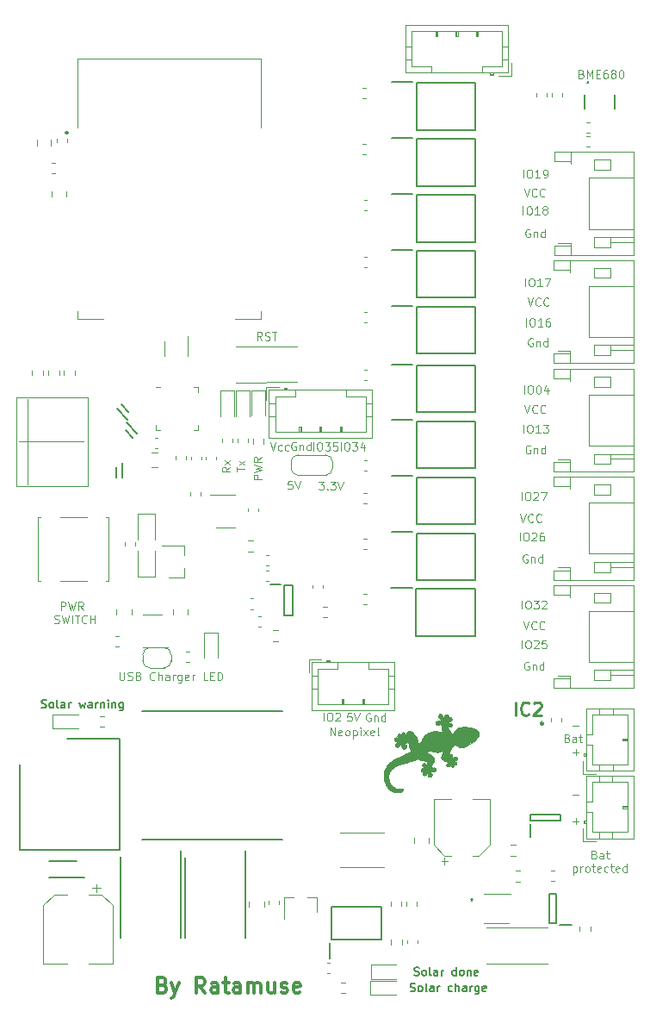
<source format=gbr>
G04 #@! TF.GenerationSoftware,KiCad,Pcbnew,(5.1.10)-1*
G04 #@! TF.CreationDate,2021-10-16T09:31:32+02:00*
G04 #@! TF.ProjectId,TestboardV2.2,54657374-626f-4617-9264-56322e322e6b,rev?*
G04 #@! TF.SameCoordinates,Original*
G04 #@! TF.FileFunction,Legend,Top*
G04 #@! TF.FilePolarity,Positive*
%FSLAX46Y46*%
G04 Gerber Fmt 4.6, Leading zero omitted, Abs format (unit mm)*
G04 Created by KiCad (PCBNEW (5.1.10)-1) date 2021-10-16 09:31:32*
%MOMM*%
%LPD*%
G01*
G04 APERTURE LIST*
%ADD10C,0.100000*%
%ADD11C,0.150000*%
%ADD12C,0.300000*%
%ADD13C,0.010000*%
%ADD14C,0.120000*%
%ADD15C,0.250000*%
%ADD16C,0.020000*%
%ADD17C,0.200000*%
%ADD18C,0.254000*%
G04 APERTURE END LIST*
D10*
X153456666Y-152452857D02*
X153570952Y-152490952D01*
X153609047Y-152529047D01*
X153647142Y-152605238D01*
X153647142Y-152719523D01*
X153609047Y-152795714D01*
X153570952Y-152833809D01*
X153494761Y-152871904D01*
X153190000Y-152871904D01*
X153190000Y-152071904D01*
X153456666Y-152071904D01*
X153532857Y-152110000D01*
X153570952Y-152148095D01*
X153609047Y-152224285D01*
X153609047Y-152300476D01*
X153570952Y-152376666D01*
X153532857Y-152414761D01*
X153456666Y-152452857D01*
X153190000Y-152452857D01*
X154332857Y-152871904D02*
X154332857Y-152452857D01*
X154294761Y-152376666D01*
X154218571Y-152338571D01*
X154066190Y-152338571D01*
X153990000Y-152376666D01*
X154332857Y-152833809D02*
X154256666Y-152871904D01*
X154066190Y-152871904D01*
X153990000Y-152833809D01*
X153951904Y-152757619D01*
X153951904Y-152681428D01*
X153990000Y-152605238D01*
X154066190Y-152567142D01*
X154256666Y-152567142D01*
X154332857Y-152529047D01*
X154599523Y-152338571D02*
X154904285Y-152338571D01*
X154713809Y-152071904D02*
X154713809Y-152757619D01*
X154751904Y-152833809D01*
X154828095Y-152871904D01*
X154904285Y-152871904D01*
X151361428Y-153638571D02*
X151361428Y-154438571D01*
X151361428Y-153676666D02*
X151437619Y-153638571D01*
X151590000Y-153638571D01*
X151666190Y-153676666D01*
X151704285Y-153714761D01*
X151742380Y-153790952D01*
X151742380Y-154019523D01*
X151704285Y-154095714D01*
X151666190Y-154133809D01*
X151590000Y-154171904D01*
X151437619Y-154171904D01*
X151361428Y-154133809D01*
X152085238Y-154171904D02*
X152085238Y-153638571D01*
X152085238Y-153790952D02*
X152123333Y-153714761D01*
X152161428Y-153676666D01*
X152237619Y-153638571D01*
X152313809Y-153638571D01*
X152694761Y-154171904D02*
X152618571Y-154133809D01*
X152580476Y-154095714D01*
X152542380Y-154019523D01*
X152542380Y-153790952D01*
X152580476Y-153714761D01*
X152618571Y-153676666D01*
X152694761Y-153638571D01*
X152809047Y-153638571D01*
X152885238Y-153676666D01*
X152923333Y-153714761D01*
X152961428Y-153790952D01*
X152961428Y-154019523D01*
X152923333Y-154095714D01*
X152885238Y-154133809D01*
X152809047Y-154171904D01*
X152694761Y-154171904D01*
X153190000Y-153638571D02*
X153494761Y-153638571D01*
X153304285Y-153371904D02*
X153304285Y-154057619D01*
X153342380Y-154133809D01*
X153418571Y-154171904D01*
X153494761Y-154171904D01*
X154066190Y-154133809D02*
X153990000Y-154171904D01*
X153837619Y-154171904D01*
X153761428Y-154133809D01*
X153723333Y-154057619D01*
X153723333Y-153752857D01*
X153761428Y-153676666D01*
X153837619Y-153638571D01*
X153990000Y-153638571D01*
X154066190Y-153676666D01*
X154104285Y-153752857D01*
X154104285Y-153829047D01*
X153723333Y-153905238D01*
X154790000Y-154133809D02*
X154713809Y-154171904D01*
X154561428Y-154171904D01*
X154485238Y-154133809D01*
X154447142Y-154095714D01*
X154409047Y-154019523D01*
X154409047Y-153790952D01*
X154447142Y-153714761D01*
X154485238Y-153676666D01*
X154561428Y-153638571D01*
X154713809Y-153638571D01*
X154790000Y-153676666D01*
X155018571Y-153638571D02*
X155323333Y-153638571D01*
X155132857Y-153371904D02*
X155132857Y-154057619D01*
X155170952Y-154133809D01*
X155247142Y-154171904D01*
X155323333Y-154171904D01*
X155894761Y-154133809D02*
X155818571Y-154171904D01*
X155666190Y-154171904D01*
X155590000Y-154133809D01*
X155551904Y-154057619D01*
X155551904Y-153752857D01*
X155590000Y-153676666D01*
X155666190Y-153638571D01*
X155818571Y-153638571D01*
X155894761Y-153676666D01*
X155932857Y-153752857D01*
X155932857Y-153829047D01*
X155551904Y-153905238D01*
X156618571Y-154171904D02*
X156618571Y-153371904D01*
X156618571Y-154133809D02*
X156542380Y-154171904D01*
X156390000Y-154171904D01*
X156313809Y-154133809D01*
X156275714Y-154095714D01*
X156237619Y-154019523D01*
X156237619Y-153790952D01*
X156275714Y-153714761D01*
X156313809Y-153676666D01*
X156390000Y-153638571D01*
X156542380Y-153638571D01*
X156618571Y-153676666D01*
X106751428Y-134531904D02*
X106751428Y-135179523D01*
X106789523Y-135255714D01*
X106827619Y-135293809D01*
X106903809Y-135331904D01*
X107056190Y-135331904D01*
X107132380Y-135293809D01*
X107170476Y-135255714D01*
X107208571Y-135179523D01*
X107208571Y-134531904D01*
X107551428Y-135293809D02*
X107665714Y-135331904D01*
X107856190Y-135331904D01*
X107932380Y-135293809D01*
X107970476Y-135255714D01*
X108008571Y-135179523D01*
X108008571Y-135103333D01*
X107970476Y-135027142D01*
X107932380Y-134989047D01*
X107856190Y-134950952D01*
X107703809Y-134912857D01*
X107627619Y-134874761D01*
X107589523Y-134836666D01*
X107551428Y-134760476D01*
X107551428Y-134684285D01*
X107589523Y-134608095D01*
X107627619Y-134570000D01*
X107703809Y-134531904D01*
X107894285Y-134531904D01*
X108008571Y-134570000D01*
X108618095Y-134912857D02*
X108732380Y-134950952D01*
X108770476Y-134989047D01*
X108808571Y-135065238D01*
X108808571Y-135179523D01*
X108770476Y-135255714D01*
X108732380Y-135293809D01*
X108656190Y-135331904D01*
X108351428Y-135331904D01*
X108351428Y-134531904D01*
X108618095Y-134531904D01*
X108694285Y-134570000D01*
X108732380Y-134608095D01*
X108770476Y-134684285D01*
X108770476Y-134760476D01*
X108732380Y-134836666D01*
X108694285Y-134874761D01*
X108618095Y-134912857D01*
X108351428Y-134912857D01*
X110218095Y-135255714D02*
X110180000Y-135293809D01*
X110065714Y-135331904D01*
X109989523Y-135331904D01*
X109875238Y-135293809D01*
X109799047Y-135217619D01*
X109760952Y-135141428D01*
X109722857Y-134989047D01*
X109722857Y-134874761D01*
X109760952Y-134722380D01*
X109799047Y-134646190D01*
X109875238Y-134570000D01*
X109989523Y-134531904D01*
X110065714Y-134531904D01*
X110180000Y-134570000D01*
X110218095Y-134608095D01*
X110560952Y-135331904D02*
X110560952Y-134531904D01*
X110903809Y-135331904D02*
X110903809Y-134912857D01*
X110865714Y-134836666D01*
X110789523Y-134798571D01*
X110675238Y-134798571D01*
X110599047Y-134836666D01*
X110560952Y-134874761D01*
X111627619Y-135331904D02*
X111627619Y-134912857D01*
X111589523Y-134836666D01*
X111513333Y-134798571D01*
X111360952Y-134798571D01*
X111284761Y-134836666D01*
X111627619Y-135293809D02*
X111551428Y-135331904D01*
X111360952Y-135331904D01*
X111284761Y-135293809D01*
X111246666Y-135217619D01*
X111246666Y-135141428D01*
X111284761Y-135065238D01*
X111360952Y-135027142D01*
X111551428Y-135027142D01*
X111627619Y-134989047D01*
X112008571Y-135331904D02*
X112008571Y-134798571D01*
X112008571Y-134950952D02*
X112046666Y-134874761D01*
X112084761Y-134836666D01*
X112160952Y-134798571D01*
X112237142Y-134798571D01*
X112846666Y-134798571D02*
X112846666Y-135446190D01*
X112808571Y-135522380D01*
X112770476Y-135560476D01*
X112694285Y-135598571D01*
X112580000Y-135598571D01*
X112503809Y-135560476D01*
X112846666Y-135293809D02*
X112770476Y-135331904D01*
X112618095Y-135331904D01*
X112541904Y-135293809D01*
X112503809Y-135255714D01*
X112465714Y-135179523D01*
X112465714Y-134950952D01*
X112503809Y-134874761D01*
X112541904Y-134836666D01*
X112618095Y-134798571D01*
X112770476Y-134798571D01*
X112846666Y-134836666D01*
X113532380Y-135293809D02*
X113456190Y-135331904D01*
X113303809Y-135331904D01*
X113227619Y-135293809D01*
X113189523Y-135217619D01*
X113189523Y-134912857D01*
X113227619Y-134836666D01*
X113303809Y-134798571D01*
X113456190Y-134798571D01*
X113532380Y-134836666D01*
X113570476Y-134912857D01*
X113570476Y-134989047D01*
X113189523Y-135065238D01*
X113913333Y-135331904D02*
X113913333Y-134798571D01*
X113913333Y-134950952D02*
X113951428Y-134874761D01*
X113989523Y-134836666D01*
X114065714Y-134798571D01*
X114141904Y-134798571D01*
X115399047Y-135331904D02*
X115018095Y-135331904D01*
X115018095Y-134531904D01*
X115665714Y-134912857D02*
X115932380Y-134912857D01*
X116046666Y-135331904D02*
X115665714Y-135331904D01*
X115665714Y-134531904D01*
X116046666Y-134531904D01*
X116389523Y-135331904D02*
X116389523Y-134531904D01*
X116580000Y-134531904D01*
X116694285Y-134570000D01*
X116770476Y-134646190D01*
X116808571Y-134722380D01*
X116846666Y-134874761D01*
X116846666Y-134989047D01*
X116808571Y-135141428D01*
X116770476Y-135217619D01*
X116694285Y-135293809D01*
X116580000Y-135331904D01*
X116389523Y-135331904D01*
X120721904Y-115616666D02*
X119921904Y-115616666D01*
X119921904Y-115311904D01*
X119960000Y-115235714D01*
X119998095Y-115197619D01*
X120074285Y-115159523D01*
X120188571Y-115159523D01*
X120264761Y-115197619D01*
X120302857Y-115235714D01*
X120340952Y-115311904D01*
X120340952Y-115616666D01*
X119921904Y-114892857D02*
X120721904Y-114702380D01*
X120150476Y-114550000D01*
X120721904Y-114397619D01*
X119921904Y-114207142D01*
X120721904Y-113445238D02*
X120340952Y-113711904D01*
X120721904Y-113902380D02*
X119921904Y-113902380D01*
X119921904Y-113597619D01*
X119960000Y-113521428D01*
X119998095Y-113483333D01*
X120074285Y-113445238D01*
X120188571Y-113445238D01*
X120264761Y-113483333D01*
X120302857Y-113521428D01*
X120340952Y-113597619D01*
X120340952Y-113902380D01*
D11*
X99090952Y-138013809D02*
X99205238Y-138051904D01*
X99395714Y-138051904D01*
X99471904Y-138013809D01*
X99510000Y-137975714D01*
X99548095Y-137899523D01*
X99548095Y-137823333D01*
X99510000Y-137747142D01*
X99471904Y-137709047D01*
X99395714Y-137670952D01*
X99243333Y-137632857D01*
X99167142Y-137594761D01*
X99129047Y-137556666D01*
X99090952Y-137480476D01*
X99090952Y-137404285D01*
X99129047Y-137328095D01*
X99167142Y-137290000D01*
X99243333Y-137251904D01*
X99433809Y-137251904D01*
X99548095Y-137290000D01*
X100005238Y-138051904D02*
X99929047Y-138013809D01*
X99890952Y-137975714D01*
X99852857Y-137899523D01*
X99852857Y-137670952D01*
X99890952Y-137594761D01*
X99929047Y-137556666D01*
X100005238Y-137518571D01*
X100119523Y-137518571D01*
X100195714Y-137556666D01*
X100233809Y-137594761D01*
X100271904Y-137670952D01*
X100271904Y-137899523D01*
X100233809Y-137975714D01*
X100195714Y-138013809D01*
X100119523Y-138051904D01*
X100005238Y-138051904D01*
X100729047Y-138051904D02*
X100652857Y-138013809D01*
X100614761Y-137937619D01*
X100614761Y-137251904D01*
X101376666Y-138051904D02*
X101376666Y-137632857D01*
X101338571Y-137556666D01*
X101262380Y-137518571D01*
X101110000Y-137518571D01*
X101033809Y-137556666D01*
X101376666Y-138013809D02*
X101300476Y-138051904D01*
X101110000Y-138051904D01*
X101033809Y-138013809D01*
X100995714Y-137937619D01*
X100995714Y-137861428D01*
X101033809Y-137785238D01*
X101110000Y-137747142D01*
X101300476Y-137747142D01*
X101376666Y-137709047D01*
X101757619Y-138051904D02*
X101757619Y-137518571D01*
X101757619Y-137670952D02*
X101795714Y-137594761D01*
X101833809Y-137556666D01*
X101910000Y-137518571D01*
X101986190Y-137518571D01*
X102786190Y-137518571D02*
X102938571Y-138051904D01*
X103090952Y-137670952D01*
X103243333Y-138051904D01*
X103395714Y-137518571D01*
X104043333Y-138051904D02*
X104043333Y-137632857D01*
X104005238Y-137556666D01*
X103929047Y-137518571D01*
X103776666Y-137518571D01*
X103700476Y-137556666D01*
X104043333Y-138013809D02*
X103967142Y-138051904D01*
X103776666Y-138051904D01*
X103700476Y-138013809D01*
X103662380Y-137937619D01*
X103662380Y-137861428D01*
X103700476Y-137785238D01*
X103776666Y-137747142D01*
X103967142Y-137747142D01*
X104043333Y-137709047D01*
X104424285Y-138051904D02*
X104424285Y-137518571D01*
X104424285Y-137670952D02*
X104462380Y-137594761D01*
X104500476Y-137556666D01*
X104576666Y-137518571D01*
X104652857Y-137518571D01*
X104919523Y-137518571D02*
X104919523Y-138051904D01*
X104919523Y-137594761D02*
X104957619Y-137556666D01*
X105033809Y-137518571D01*
X105148095Y-137518571D01*
X105224285Y-137556666D01*
X105262380Y-137632857D01*
X105262380Y-138051904D01*
X105643333Y-138051904D02*
X105643333Y-137518571D01*
X105643333Y-137251904D02*
X105605238Y-137290000D01*
X105643333Y-137328095D01*
X105681428Y-137290000D01*
X105643333Y-137251904D01*
X105643333Y-137328095D01*
X106024285Y-137518571D02*
X106024285Y-138051904D01*
X106024285Y-137594761D02*
X106062380Y-137556666D01*
X106138571Y-137518571D01*
X106252857Y-137518571D01*
X106329047Y-137556666D01*
X106367142Y-137632857D01*
X106367142Y-138051904D01*
X107090952Y-137518571D02*
X107090952Y-138166190D01*
X107052857Y-138242380D01*
X107014761Y-138280476D01*
X106938571Y-138318571D01*
X106824285Y-138318571D01*
X106748095Y-138280476D01*
X107090952Y-138013809D02*
X107014761Y-138051904D01*
X106862380Y-138051904D01*
X106786190Y-138013809D01*
X106748095Y-137975714D01*
X106710000Y-137899523D01*
X106710000Y-137670952D01*
X106748095Y-137594761D01*
X106786190Y-137556666D01*
X106862380Y-137518571D01*
X107014761Y-137518571D01*
X107090952Y-137556666D01*
X135727142Y-164323809D02*
X135841428Y-164361904D01*
X136031904Y-164361904D01*
X136108095Y-164323809D01*
X136146190Y-164285714D01*
X136184285Y-164209523D01*
X136184285Y-164133333D01*
X136146190Y-164057142D01*
X136108095Y-164019047D01*
X136031904Y-163980952D01*
X135879523Y-163942857D01*
X135803333Y-163904761D01*
X135765238Y-163866666D01*
X135727142Y-163790476D01*
X135727142Y-163714285D01*
X135765238Y-163638095D01*
X135803333Y-163600000D01*
X135879523Y-163561904D01*
X136070000Y-163561904D01*
X136184285Y-163600000D01*
X136641428Y-164361904D02*
X136565238Y-164323809D01*
X136527142Y-164285714D01*
X136489047Y-164209523D01*
X136489047Y-163980952D01*
X136527142Y-163904761D01*
X136565238Y-163866666D01*
X136641428Y-163828571D01*
X136755714Y-163828571D01*
X136831904Y-163866666D01*
X136870000Y-163904761D01*
X136908095Y-163980952D01*
X136908095Y-164209523D01*
X136870000Y-164285714D01*
X136831904Y-164323809D01*
X136755714Y-164361904D01*
X136641428Y-164361904D01*
X137365238Y-164361904D02*
X137289047Y-164323809D01*
X137250952Y-164247619D01*
X137250952Y-163561904D01*
X138012857Y-164361904D02*
X138012857Y-163942857D01*
X137974761Y-163866666D01*
X137898571Y-163828571D01*
X137746190Y-163828571D01*
X137670000Y-163866666D01*
X138012857Y-164323809D02*
X137936666Y-164361904D01*
X137746190Y-164361904D01*
X137670000Y-164323809D01*
X137631904Y-164247619D01*
X137631904Y-164171428D01*
X137670000Y-164095238D01*
X137746190Y-164057142D01*
X137936666Y-164057142D01*
X138012857Y-164019047D01*
X138393809Y-164361904D02*
X138393809Y-163828571D01*
X138393809Y-163980952D02*
X138431904Y-163904761D01*
X138470000Y-163866666D01*
X138546190Y-163828571D01*
X138622380Y-163828571D01*
X139841428Y-164361904D02*
X139841428Y-163561904D01*
X139841428Y-164323809D02*
X139765238Y-164361904D01*
X139612857Y-164361904D01*
X139536666Y-164323809D01*
X139498571Y-164285714D01*
X139460476Y-164209523D01*
X139460476Y-163980952D01*
X139498571Y-163904761D01*
X139536666Y-163866666D01*
X139612857Y-163828571D01*
X139765238Y-163828571D01*
X139841428Y-163866666D01*
X140336666Y-164361904D02*
X140260476Y-164323809D01*
X140222380Y-164285714D01*
X140184285Y-164209523D01*
X140184285Y-163980952D01*
X140222380Y-163904761D01*
X140260476Y-163866666D01*
X140336666Y-163828571D01*
X140450952Y-163828571D01*
X140527142Y-163866666D01*
X140565238Y-163904761D01*
X140603333Y-163980952D01*
X140603333Y-164209523D01*
X140565238Y-164285714D01*
X140527142Y-164323809D01*
X140450952Y-164361904D01*
X140336666Y-164361904D01*
X140946190Y-163828571D02*
X140946190Y-164361904D01*
X140946190Y-163904761D02*
X140984285Y-163866666D01*
X141060476Y-163828571D01*
X141174761Y-163828571D01*
X141250952Y-163866666D01*
X141289047Y-163942857D01*
X141289047Y-164361904D01*
X141974761Y-164323809D02*
X141898571Y-164361904D01*
X141746190Y-164361904D01*
X141670000Y-164323809D01*
X141631904Y-164247619D01*
X141631904Y-163942857D01*
X141670000Y-163866666D01*
X141746190Y-163828571D01*
X141898571Y-163828571D01*
X141974761Y-163866666D01*
X142012857Y-163942857D01*
X142012857Y-164019047D01*
X141631904Y-164095238D01*
X135336666Y-165863809D02*
X135450952Y-165901904D01*
X135641428Y-165901904D01*
X135717619Y-165863809D01*
X135755714Y-165825714D01*
X135793809Y-165749523D01*
X135793809Y-165673333D01*
X135755714Y-165597142D01*
X135717619Y-165559047D01*
X135641428Y-165520952D01*
X135489047Y-165482857D01*
X135412857Y-165444761D01*
X135374761Y-165406666D01*
X135336666Y-165330476D01*
X135336666Y-165254285D01*
X135374761Y-165178095D01*
X135412857Y-165140000D01*
X135489047Y-165101904D01*
X135679523Y-165101904D01*
X135793809Y-165140000D01*
X136250952Y-165901904D02*
X136174761Y-165863809D01*
X136136666Y-165825714D01*
X136098571Y-165749523D01*
X136098571Y-165520952D01*
X136136666Y-165444761D01*
X136174761Y-165406666D01*
X136250952Y-165368571D01*
X136365238Y-165368571D01*
X136441428Y-165406666D01*
X136479523Y-165444761D01*
X136517619Y-165520952D01*
X136517619Y-165749523D01*
X136479523Y-165825714D01*
X136441428Y-165863809D01*
X136365238Y-165901904D01*
X136250952Y-165901904D01*
X136974761Y-165901904D02*
X136898571Y-165863809D01*
X136860476Y-165787619D01*
X136860476Y-165101904D01*
X137622380Y-165901904D02*
X137622380Y-165482857D01*
X137584285Y-165406666D01*
X137508095Y-165368571D01*
X137355714Y-165368571D01*
X137279523Y-165406666D01*
X137622380Y-165863809D02*
X137546190Y-165901904D01*
X137355714Y-165901904D01*
X137279523Y-165863809D01*
X137241428Y-165787619D01*
X137241428Y-165711428D01*
X137279523Y-165635238D01*
X137355714Y-165597142D01*
X137546190Y-165597142D01*
X137622380Y-165559047D01*
X138003333Y-165901904D02*
X138003333Y-165368571D01*
X138003333Y-165520952D02*
X138041428Y-165444761D01*
X138079523Y-165406666D01*
X138155714Y-165368571D01*
X138231904Y-165368571D01*
X139450952Y-165863809D02*
X139374761Y-165901904D01*
X139222380Y-165901904D01*
X139146190Y-165863809D01*
X139108095Y-165825714D01*
X139070000Y-165749523D01*
X139070000Y-165520952D01*
X139108095Y-165444761D01*
X139146190Y-165406666D01*
X139222380Y-165368571D01*
X139374761Y-165368571D01*
X139450952Y-165406666D01*
X139793809Y-165901904D02*
X139793809Y-165101904D01*
X140136666Y-165901904D02*
X140136666Y-165482857D01*
X140098571Y-165406666D01*
X140022380Y-165368571D01*
X139908095Y-165368571D01*
X139831904Y-165406666D01*
X139793809Y-165444761D01*
X140860476Y-165901904D02*
X140860476Y-165482857D01*
X140822380Y-165406666D01*
X140746190Y-165368571D01*
X140593809Y-165368571D01*
X140517619Y-165406666D01*
X140860476Y-165863809D02*
X140784285Y-165901904D01*
X140593809Y-165901904D01*
X140517619Y-165863809D01*
X140479523Y-165787619D01*
X140479523Y-165711428D01*
X140517619Y-165635238D01*
X140593809Y-165597142D01*
X140784285Y-165597142D01*
X140860476Y-165559047D01*
X141241428Y-165901904D02*
X141241428Y-165368571D01*
X141241428Y-165520952D02*
X141279523Y-165444761D01*
X141317619Y-165406666D01*
X141393809Y-165368571D01*
X141470000Y-165368571D01*
X142079523Y-165368571D02*
X142079523Y-166016190D01*
X142041428Y-166092380D01*
X142003333Y-166130476D01*
X141927142Y-166168571D01*
X141812857Y-166168571D01*
X141736666Y-166130476D01*
X142079523Y-165863809D02*
X142003333Y-165901904D01*
X141850952Y-165901904D01*
X141774761Y-165863809D01*
X141736666Y-165825714D01*
X141698571Y-165749523D01*
X141698571Y-165520952D01*
X141736666Y-165444761D01*
X141774761Y-165406666D01*
X141850952Y-165368571D01*
X142003333Y-165368571D01*
X142079523Y-165406666D01*
X142765238Y-165863809D02*
X142689047Y-165901904D01*
X142536666Y-165901904D01*
X142460476Y-165863809D01*
X142422380Y-165787619D01*
X142422380Y-165482857D01*
X142460476Y-165406666D01*
X142536666Y-165368571D01*
X142689047Y-165368571D01*
X142765238Y-165406666D01*
X142803333Y-165482857D01*
X142803333Y-165559047D01*
X142422380Y-165635238D01*
D10*
X121567619Y-111981904D02*
X121834285Y-112781904D01*
X122100952Y-111981904D01*
X122710476Y-112743809D02*
X122634285Y-112781904D01*
X122481904Y-112781904D01*
X122405714Y-112743809D01*
X122367619Y-112705714D01*
X122329523Y-112629523D01*
X122329523Y-112400952D01*
X122367619Y-112324761D01*
X122405714Y-112286666D01*
X122481904Y-112248571D01*
X122634285Y-112248571D01*
X122710476Y-112286666D01*
X123396190Y-112743809D02*
X123320000Y-112781904D01*
X123167619Y-112781904D01*
X123091428Y-112743809D01*
X123053333Y-112705714D01*
X123015238Y-112629523D01*
X123015238Y-112400952D01*
X123053333Y-112324761D01*
X123091428Y-112286666D01*
X123167619Y-112248571D01*
X123320000Y-112248571D01*
X123396190Y-112286666D01*
X126339047Y-115841904D02*
X126834285Y-115841904D01*
X126567619Y-116146666D01*
X126681904Y-116146666D01*
X126758095Y-116184761D01*
X126796190Y-116222857D01*
X126834285Y-116299047D01*
X126834285Y-116489523D01*
X126796190Y-116565714D01*
X126758095Y-116603809D01*
X126681904Y-116641904D01*
X126453333Y-116641904D01*
X126377142Y-116603809D01*
X126339047Y-116565714D01*
X127177142Y-116565714D02*
X127215238Y-116603809D01*
X127177142Y-116641904D01*
X127139047Y-116603809D01*
X127177142Y-116565714D01*
X127177142Y-116641904D01*
X127481904Y-115841904D02*
X127977142Y-115841904D01*
X127710476Y-116146666D01*
X127824761Y-116146666D01*
X127900952Y-116184761D01*
X127939047Y-116222857D01*
X127977142Y-116299047D01*
X127977142Y-116489523D01*
X127939047Y-116565714D01*
X127900952Y-116603809D01*
X127824761Y-116641904D01*
X127596190Y-116641904D01*
X127520000Y-116603809D01*
X127481904Y-116565714D01*
X128205714Y-115841904D02*
X128472380Y-116641904D01*
X128739047Y-115841904D01*
X151305238Y-139827142D02*
X151914761Y-139827142D01*
X150771904Y-141012857D02*
X150886190Y-141050952D01*
X150924285Y-141089047D01*
X150962380Y-141165238D01*
X150962380Y-141279523D01*
X150924285Y-141355714D01*
X150886190Y-141393809D01*
X150810000Y-141431904D01*
X150505238Y-141431904D01*
X150505238Y-140631904D01*
X150771904Y-140631904D01*
X150848095Y-140670000D01*
X150886190Y-140708095D01*
X150924285Y-140784285D01*
X150924285Y-140860476D01*
X150886190Y-140936666D01*
X150848095Y-140974761D01*
X150771904Y-141012857D01*
X150505238Y-141012857D01*
X151648095Y-141431904D02*
X151648095Y-141012857D01*
X151610000Y-140936666D01*
X151533809Y-140898571D01*
X151381428Y-140898571D01*
X151305238Y-140936666D01*
X151648095Y-141393809D02*
X151571904Y-141431904D01*
X151381428Y-141431904D01*
X151305238Y-141393809D01*
X151267142Y-141317619D01*
X151267142Y-141241428D01*
X151305238Y-141165238D01*
X151381428Y-141127142D01*
X151571904Y-141127142D01*
X151648095Y-141089047D01*
X151914761Y-140898571D02*
X152219523Y-140898571D01*
X152029047Y-140631904D02*
X152029047Y-141317619D01*
X152067142Y-141393809D01*
X152143333Y-141431904D01*
X152219523Y-141431904D01*
X151305238Y-142427142D02*
X151914761Y-142427142D01*
X151610000Y-142731904D02*
X151610000Y-142122380D01*
D12*
X110990000Y-165282857D02*
X111204285Y-165354285D01*
X111275714Y-165425714D01*
X111347142Y-165568571D01*
X111347142Y-165782857D01*
X111275714Y-165925714D01*
X111204285Y-165997142D01*
X111061428Y-166068571D01*
X110490000Y-166068571D01*
X110490000Y-164568571D01*
X110990000Y-164568571D01*
X111132857Y-164640000D01*
X111204285Y-164711428D01*
X111275714Y-164854285D01*
X111275714Y-164997142D01*
X111204285Y-165140000D01*
X111132857Y-165211428D01*
X110990000Y-165282857D01*
X110490000Y-165282857D01*
X111847142Y-165068571D02*
X112204285Y-166068571D01*
X112561428Y-165068571D02*
X112204285Y-166068571D01*
X112061428Y-166425714D01*
X111990000Y-166497142D01*
X111847142Y-166568571D01*
X115132857Y-166068571D02*
X114632857Y-165354285D01*
X114275714Y-166068571D02*
X114275714Y-164568571D01*
X114847142Y-164568571D01*
X114990000Y-164640000D01*
X115061428Y-164711428D01*
X115132857Y-164854285D01*
X115132857Y-165068571D01*
X115061428Y-165211428D01*
X114990000Y-165282857D01*
X114847142Y-165354285D01*
X114275714Y-165354285D01*
X116418571Y-166068571D02*
X116418571Y-165282857D01*
X116347142Y-165140000D01*
X116204285Y-165068571D01*
X115918571Y-165068571D01*
X115775714Y-165140000D01*
X116418571Y-165997142D02*
X116275714Y-166068571D01*
X115918571Y-166068571D01*
X115775714Y-165997142D01*
X115704285Y-165854285D01*
X115704285Y-165711428D01*
X115775714Y-165568571D01*
X115918571Y-165497142D01*
X116275714Y-165497142D01*
X116418571Y-165425714D01*
X116918571Y-165068571D02*
X117490000Y-165068571D01*
X117132857Y-164568571D02*
X117132857Y-165854285D01*
X117204285Y-165997142D01*
X117347142Y-166068571D01*
X117490000Y-166068571D01*
X118632857Y-166068571D02*
X118632857Y-165282857D01*
X118561428Y-165140000D01*
X118418571Y-165068571D01*
X118132857Y-165068571D01*
X117990000Y-165140000D01*
X118632857Y-165997142D02*
X118490000Y-166068571D01*
X118132857Y-166068571D01*
X117990000Y-165997142D01*
X117918571Y-165854285D01*
X117918571Y-165711428D01*
X117990000Y-165568571D01*
X118132857Y-165497142D01*
X118490000Y-165497142D01*
X118632857Y-165425714D01*
X119347142Y-166068571D02*
X119347142Y-165068571D01*
X119347142Y-165211428D02*
X119418571Y-165140000D01*
X119561428Y-165068571D01*
X119775714Y-165068571D01*
X119918571Y-165140000D01*
X119990000Y-165282857D01*
X119990000Y-166068571D01*
X119990000Y-165282857D02*
X120061428Y-165140000D01*
X120204285Y-165068571D01*
X120418571Y-165068571D01*
X120561428Y-165140000D01*
X120632857Y-165282857D01*
X120632857Y-166068571D01*
X121990000Y-165068571D02*
X121990000Y-166068571D01*
X121347142Y-165068571D02*
X121347142Y-165854285D01*
X121418571Y-165997142D01*
X121561428Y-166068571D01*
X121775714Y-166068571D01*
X121918571Y-165997142D01*
X121990000Y-165925714D01*
X122632857Y-165997142D02*
X122775714Y-166068571D01*
X123061428Y-166068571D01*
X123204285Y-165997142D01*
X123275714Y-165854285D01*
X123275714Y-165782857D01*
X123204285Y-165640000D01*
X123061428Y-165568571D01*
X122847142Y-165568571D01*
X122704285Y-165497142D01*
X122632857Y-165354285D01*
X122632857Y-165282857D01*
X122704285Y-165140000D01*
X122847142Y-165068571D01*
X123061428Y-165068571D01*
X123204285Y-165140000D01*
X124490000Y-165997142D02*
X124347142Y-166068571D01*
X124061428Y-166068571D01*
X123918571Y-165997142D01*
X123847142Y-165854285D01*
X123847142Y-165282857D01*
X123918571Y-165140000D01*
X124061428Y-165068571D01*
X124347142Y-165068571D01*
X124490000Y-165140000D01*
X124561428Y-165282857D01*
X124561428Y-165425714D01*
X123847142Y-165568571D01*
D10*
X128479047Y-112771904D02*
X128479047Y-111971904D01*
X129012380Y-111971904D02*
X129164761Y-111971904D01*
X129240952Y-112010000D01*
X129317142Y-112086190D01*
X129355238Y-112238571D01*
X129355238Y-112505238D01*
X129317142Y-112657619D01*
X129240952Y-112733809D01*
X129164761Y-112771904D01*
X129012380Y-112771904D01*
X128936190Y-112733809D01*
X128860000Y-112657619D01*
X128821904Y-112505238D01*
X128821904Y-112238571D01*
X128860000Y-112086190D01*
X128936190Y-112010000D01*
X129012380Y-111971904D01*
X129621904Y-111971904D02*
X130117142Y-111971904D01*
X129850476Y-112276666D01*
X129964761Y-112276666D01*
X130040952Y-112314761D01*
X130079047Y-112352857D01*
X130117142Y-112429047D01*
X130117142Y-112619523D01*
X130079047Y-112695714D01*
X130040952Y-112733809D01*
X129964761Y-112771904D01*
X129736190Y-112771904D01*
X129660000Y-112733809D01*
X129621904Y-112695714D01*
X130802857Y-112238571D02*
X130802857Y-112771904D01*
X130612380Y-111933809D02*
X130421904Y-112505238D01*
X130917142Y-112505238D01*
X125809047Y-112771904D02*
X125809047Y-111971904D01*
X126342380Y-111971904D02*
X126494761Y-111971904D01*
X126570952Y-112010000D01*
X126647142Y-112086190D01*
X126685238Y-112238571D01*
X126685238Y-112505238D01*
X126647142Y-112657619D01*
X126570952Y-112733809D01*
X126494761Y-112771904D01*
X126342380Y-112771904D01*
X126266190Y-112733809D01*
X126190000Y-112657619D01*
X126151904Y-112505238D01*
X126151904Y-112238571D01*
X126190000Y-112086190D01*
X126266190Y-112010000D01*
X126342380Y-111971904D01*
X126951904Y-111971904D02*
X127447142Y-111971904D01*
X127180476Y-112276666D01*
X127294761Y-112276666D01*
X127370952Y-112314761D01*
X127409047Y-112352857D01*
X127447142Y-112429047D01*
X127447142Y-112619523D01*
X127409047Y-112695714D01*
X127370952Y-112733809D01*
X127294761Y-112771904D01*
X127066190Y-112771904D01*
X126990000Y-112733809D01*
X126951904Y-112695714D01*
X128170952Y-111971904D02*
X127790000Y-111971904D01*
X127751904Y-112352857D01*
X127790000Y-112314761D01*
X127866190Y-112276666D01*
X128056666Y-112276666D01*
X128132857Y-112314761D01*
X128170952Y-112352857D01*
X128209047Y-112429047D01*
X128209047Y-112619523D01*
X128170952Y-112695714D01*
X128132857Y-112733809D01*
X128056666Y-112771904D01*
X127866190Y-112771904D01*
X127790000Y-112733809D01*
X127751904Y-112695714D01*
X123717619Y-115771904D02*
X123336666Y-115771904D01*
X123298571Y-116152857D01*
X123336666Y-116114761D01*
X123412857Y-116076666D01*
X123603333Y-116076666D01*
X123679523Y-116114761D01*
X123717619Y-116152857D01*
X123755714Y-116229047D01*
X123755714Y-116419523D01*
X123717619Y-116495714D01*
X123679523Y-116533809D01*
X123603333Y-116571904D01*
X123412857Y-116571904D01*
X123336666Y-116533809D01*
X123298571Y-116495714D01*
X123984285Y-115771904D02*
X124250952Y-116571904D01*
X124517619Y-115771904D01*
X124095714Y-112000000D02*
X124019523Y-111961904D01*
X123905238Y-111961904D01*
X123790952Y-112000000D01*
X123714761Y-112076190D01*
X123676666Y-112152380D01*
X123638571Y-112304761D01*
X123638571Y-112419047D01*
X123676666Y-112571428D01*
X123714761Y-112647619D01*
X123790952Y-112723809D01*
X123905238Y-112761904D01*
X123981428Y-112761904D01*
X124095714Y-112723809D01*
X124133809Y-112685714D01*
X124133809Y-112419047D01*
X123981428Y-112419047D01*
X124476666Y-112228571D02*
X124476666Y-112761904D01*
X124476666Y-112304761D02*
X124514761Y-112266666D01*
X124590952Y-112228571D01*
X124705238Y-112228571D01*
X124781428Y-112266666D01*
X124819523Y-112342857D01*
X124819523Y-112761904D01*
X125543333Y-112761904D02*
X125543333Y-111961904D01*
X125543333Y-112723809D02*
X125467142Y-112761904D01*
X125314761Y-112761904D01*
X125238571Y-112723809D01*
X125200476Y-112685714D01*
X125162380Y-112609523D01*
X125162380Y-112380952D01*
X125200476Y-112304761D01*
X125238571Y-112266666D01*
X125314761Y-112228571D01*
X125467142Y-112228571D01*
X125543333Y-112266666D01*
X118271904Y-114852380D02*
X118271904Y-114395238D01*
X119071904Y-114623809D02*
X118271904Y-114623809D01*
X119071904Y-114204761D02*
X118538571Y-113785714D01*
X118538571Y-114204761D02*
X119071904Y-113785714D01*
X117611904Y-114396190D02*
X117230952Y-114662857D01*
X117611904Y-114853333D02*
X116811904Y-114853333D01*
X116811904Y-114548571D01*
X116850000Y-114472380D01*
X116888095Y-114434285D01*
X116964285Y-114396190D01*
X117078571Y-114396190D01*
X117154761Y-114434285D01*
X117192857Y-114472380D01*
X117230952Y-114548571D01*
X117230952Y-114853333D01*
X117611904Y-114129523D02*
X117078571Y-113710476D01*
X117078571Y-114129523D02*
X117611904Y-113710476D01*
X127458095Y-140781904D02*
X127458095Y-139981904D01*
X127915238Y-140781904D01*
X127915238Y-139981904D01*
X128600952Y-140743809D02*
X128524761Y-140781904D01*
X128372380Y-140781904D01*
X128296190Y-140743809D01*
X128258095Y-140667619D01*
X128258095Y-140362857D01*
X128296190Y-140286666D01*
X128372380Y-140248571D01*
X128524761Y-140248571D01*
X128600952Y-140286666D01*
X128639047Y-140362857D01*
X128639047Y-140439047D01*
X128258095Y-140515238D01*
X129096190Y-140781904D02*
X129020000Y-140743809D01*
X128981904Y-140705714D01*
X128943809Y-140629523D01*
X128943809Y-140400952D01*
X128981904Y-140324761D01*
X129020000Y-140286666D01*
X129096190Y-140248571D01*
X129210476Y-140248571D01*
X129286666Y-140286666D01*
X129324761Y-140324761D01*
X129362857Y-140400952D01*
X129362857Y-140629523D01*
X129324761Y-140705714D01*
X129286666Y-140743809D01*
X129210476Y-140781904D01*
X129096190Y-140781904D01*
X129705714Y-140248571D02*
X129705714Y-141048571D01*
X129705714Y-140286666D02*
X129781904Y-140248571D01*
X129934285Y-140248571D01*
X130010476Y-140286666D01*
X130048571Y-140324761D01*
X130086666Y-140400952D01*
X130086666Y-140629523D01*
X130048571Y-140705714D01*
X130010476Y-140743809D01*
X129934285Y-140781904D01*
X129781904Y-140781904D01*
X129705714Y-140743809D01*
X130429523Y-140781904D02*
X130429523Y-140248571D01*
X130429523Y-139981904D02*
X130391428Y-140020000D01*
X130429523Y-140058095D01*
X130467619Y-140020000D01*
X130429523Y-139981904D01*
X130429523Y-140058095D01*
X130734285Y-140781904D02*
X131153333Y-140248571D01*
X130734285Y-140248571D02*
X131153333Y-140781904D01*
X131762857Y-140743809D02*
X131686666Y-140781904D01*
X131534285Y-140781904D01*
X131458095Y-140743809D01*
X131420000Y-140667619D01*
X131420000Y-140362857D01*
X131458095Y-140286666D01*
X131534285Y-140248571D01*
X131686666Y-140248571D01*
X131762857Y-140286666D01*
X131800952Y-140362857D01*
X131800952Y-140439047D01*
X131420000Y-140515238D01*
X132258095Y-140781904D02*
X132181904Y-140743809D01*
X132143809Y-140667619D01*
X132143809Y-139981904D01*
X146985714Y-133580000D02*
X146909523Y-133541904D01*
X146795238Y-133541904D01*
X146680952Y-133580000D01*
X146604761Y-133656190D01*
X146566666Y-133732380D01*
X146528571Y-133884761D01*
X146528571Y-133999047D01*
X146566666Y-134151428D01*
X146604761Y-134227619D01*
X146680952Y-134303809D01*
X146795238Y-134341904D01*
X146871428Y-134341904D01*
X146985714Y-134303809D01*
X147023809Y-134265714D01*
X147023809Y-133999047D01*
X146871428Y-133999047D01*
X147366666Y-133808571D02*
X147366666Y-134341904D01*
X147366666Y-133884761D02*
X147404761Y-133846666D01*
X147480952Y-133808571D01*
X147595238Y-133808571D01*
X147671428Y-133846666D01*
X147709523Y-133922857D01*
X147709523Y-134341904D01*
X148433333Y-134341904D02*
X148433333Y-133541904D01*
X148433333Y-134303809D02*
X148357142Y-134341904D01*
X148204761Y-134341904D01*
X148128571Y-134303809D01*
X148090476Y-134265714D01*
X148052380Y-134189523D01*
X148052380Y-133960952D01*
X148090476Y-133884761D01*
X148128571Y-133846666D01*
X148204761Y-133808571D01*
X148357142Y-133808571D01*
X148433333Y-133846666D01*
X146845714Y-123020000D02*
X146769523Y-122981904D01*
X146655238Y-122981904D01*
X146540952Y-123020000D01*
X146464761Y-123096190D01*
X146426666Y-123172380D01*
X146388571Y-123324761D01*
X146388571Y-123439047D01*
X146426666Y-123591428D01*
X146464761Y-123667619D01*
X146540952Y-123743809D01*
X146655238Y-123781904D01*
X146731428Y-123781904D01*
X146845714Y-123743809D01*
X146883809Y-123705714D01*
X146883809Y-123439047D01*
X146731428Y-123439047D01*
X147226666Y-123248571D02*
X147226666Y-123781904D01*
X147226666Y-123324761D02*
X147264761Y-123286666D01*
X147340952Y-123248571D01*
X147455238Y-123248571D01*
X147531428Y-123286666D01*
X147569523Y-123362857D01*
X147569523Y-123781904D01*
X148293333Y-123781904D02*
X148293333Y-122981904D01*
X148293333Y-123743809D02*
X148217142Y-123781904D01*
X148064761Y-123781904D01*
X147988571Y-123743809D01*
X147950476Y-123705714D01*
X147912380Y-123629523D01*
X147912380Y-123400952D01*
X147950476Y-123324761D01*
X147988571Y-123286666D01*
X148064761Y-123248571D01*
X148217142Y-123248571D01*
X148293333Y-123286666D01*
X147135714Y-112310000D02*
X147059523Y-112271904D01*
X146945238Y-112271904D01*
X146830952Y-112310000D01*
X146754761Y-112386190D01*
X146716666Y-112462380D01*
X146678571Y-112614761D01*
X146678571Y-112729047D01*
X146716666Y-112881428D01*
X146754761Y-112957619D01*
X146830952Y-113033809D01*
X146945238Y-113071904D01*
X147021428Y-113071904D01*
X147135714Y-113033809D01*
X147173809Y-112995714D01*
X147173809Y-112729047D01*
X147021428Y-112729047D01*
X147516666Y-112538571D02*
X147516666Y-113071904D01*
X147516666Y-112614761D02*
X147554761Y-112576666D01*
X147630952Y-112538571D01*
X147745238Y-112538571D01*
X147821428Y-112576666D01*
X147859523Y-112652857D01*
X147859523Y-113071904D01*
X148583333Y-113071904D02*
X148583333Y-112271904D01*
X148583333Y-113033809D02*
X148507142Y-113071904D01*
X148354761Y-113071904D01*
X148278571Y-113033809D01*
X148240476Y-112995714D01*
X148202380Y-112919523D01*
X148202380Y-112690952D01*
X148240476Y-112614761D01*
X148278571Y-112576666D01*
X148354761Y-112538571D01*
X148507142Y-112538571D01*
X148583333Y-112576666D01*
X147385714Y-101790000D02*
X147309523Y-101751904D01*
X147195238Y-101751904D01*
X147080952Y-101790000D01*
X147004761Y-101866190D01*
X146966666Y-101942380D01*
X146928571Y-102094761D01*
X146928571Y-102209047D01*
X146966666Y-102361428D01*
X147004761Y-102437619D01*
X147080952Y-102513809D01*
X147195238Y-102551904D01*
X147271428Y-102551904D01*
X147385714Y-102513809D01*
X147423809Y-102475714D01*
X147423809Y-102209047D01*
X147271428Y-102209047D01*
X147766666Y-102018571D02*
X147766666Y-102551904D01*
X147766666Y-102094761D02*
X147804761Y-102056666D01*
X147880952Y-102018571D01*
X147995238Y-102018571D01*
X148071428Y-102056666D01*
X148109523Y-102132857D01*
X148109523Y-102551904D01*
X148833333Y-102551904D02*
X148833333Y-101751904D01*
X148833333Y-102513809D02*
X148757142Y-102551904D01*
X148604761Y-102551904D01*
X148528571Y-102513809D01*
X148490476Y-102475714D01*
X148452380Y-102399523D01*
X148452380Y-102170952D01*
X148490476Y-102094761D01*
X148528571Y-102056666D01*
X148604761Y-102018571D01*
X148757142Y-102018571D01*
X148833333Y-102056666D01*
X147095714Y-91080000D02*
X147019523Y-91041904D01*
X146905238Y-91041904D01*
X146790952Y-91080000D01*
X146714761Y-91156190D01*
X146676666Y-91232380D01*
X146638571Y-91384761D01*
X146638571Y-91499047D01*
X146676666Y-91651428D01*
X146714761Y-91727619D01*
X146790952Y-91803809D01*
X146905238Y-91841904D01*
X146981428Y-91841904D01*
X147095714Y-91803809D01*
X147133809Y-91765714D01*
X147133809Y-91499047D01*
X146981428Y-91499047D01*
X147476666Y-91308571D02*
X147476666Y-91841904D01*
X147476666Y-91384761D02*
X147514761Y-91346666D01*
X147590952Y-91308571D01*
X147705238Y-91308571D01*
X147781428Y-91346666D01*
X147819523Y-91422857D01*
X147819523Y-91841904D01*
X148543333Y-91841904D02*
X148543333Y-91041904D01*
X148543333Y-91803809D02*
X148467142Y-91841904D01*
X148314761Y-91841904D01*
X148238571Y-91803809D01*
X148200476Y-91765714D01*
X148162380Y-91689523D01*
X148162380Y-91460952D01*
X148200476Y-91384761D01*
X148238571Y-91346666D01*
X148314761Y-91308571D01*
X148467142Y-91308571D01*
X148543333Y-91346666D01*
X152175238Y-75782857D02*
X152289523Y-75820952D01*
X152327619Y-75859047D01*
X152365714Y-75935238D01*
X152365714Y-76049523D01*
X152327619Y-76125714D01*
X152289523Y-76163809D01*
X152213333Y-76201904D01*
X151908571Y-76201904D01*
X151908571Y-75401904D01*
X152175238Y-75401904D01*
X152251428Y-75440000D01*
X152289523Y-75478095D01*
X152327619Y-75554285D01*
X152327619Y-75630476D01*
X152289523Y-75706666D01*
X152251428Y-75744761D01*
X152175238Y-75782857D01*
X151908571Y-75782857D01*
X152708571Y-76201904D02*
X152708571Y-75401904D01*
X152975238Y-75973333D01*
X153241904Y-75401904D01*
X153241904Y-76201904D01*
X153622857Y-75782857D02*
X153889523Y-75782857D01*
X154003809Y-76201904D02*
X153622857Y-76201904D01*
X153622857Y-75401904D01*
X154003809Y-75401904D01*
X154689523Y-75401904D02*
X154537142Y-75401904D01*
X154460952Y-75440000D01*
X154422857Y-75478095D01*
X154346666Y-75592380D01*
X154308571Y-75744761D01*
X154308571Y-76049523D01*
X154346666Y-76125714D01*
X154384761Y-76163809D01*
X154460952Y-76201904D01*
X154613333Y-76201904D01*
X154689523Y-76163809D01*
X154727619Y-76125714D01*
X154765714Y-76049523D01*
X154765714Y-75859047D01*
X154727619Y-75782857D01*
X154689523Y-75744761D01*
X154613333Y-75706666D01*
X154460952Y-75706666D01*
X154384761Y-75744761D01*
X154346666Y-75782857D01*
X154308571Y-75859047D01*
X155222857Y-75744761D02*
X155146666Y-75706666D01*
X155108571Y-75668571D01*
X155070476Y-75592380D01*
X155070476Y-75554285D01*
X155108571Y-75478095D01*
X155146666Y-75440000D01*
X155222857Y-75401904D01*
X155375238Y-75401904D01*
X155451428Y-75440000D01*
X155489523Y-75478095D01*
X155527619Y-75554285D01*
X155527619Y-75592380D01*
X155489523Y-75668571D01*
X155451428Y-75706666D01*
X155375238Y-75744761D01*
X155222857Y-75744761D01*
X155146666Y-75782857D01*
X155108571Y-75820952D01*
X155070476Y-75897142D01*
X155070476Y-76049523D01*
X155108571Y-76125714D01*
X155146666Y-76163809D01*
X155222857Y-76201904D01*
X155375238Y-76201904D01*
X155451428Y-76163809D01*
X155489523Y-76125714D01*
X155527619Y-76049523D01*
X155527619Y-75897142D01*
X155489523Y-75820952D01*
X155451428Y-75782857D01*
X155375238Y-75744761D01*
X156022857Y-75401904D02*
X156099047Y-75401904D01*
X156175238Y-75440000D01*
X156213333Y-75478095D01*
X156251428Y-75554285D01*
X156289523Y-75706666D01*
X156289523Y-75897142D01*
X156251428Y-76049523D01*
X156213333Y-76125714D01*
X156175238Y-76163809D01*
X156099047Y-76201904D01*
X156022857Y-76201904D01*
X155946666Y-76163809D01*
X155908571Y-76125714D01*
X155870476Y-76049523D01*
X155832380Y-75897142D01*
X155832380Y-75706666D01*
X155870476Y-75554285D01*
X155908571Y-75478095D01*
X155946666Y-75440000D01*
X156022857Y-75401904D01*
X151295476Y-146607142D02*
X151905000Y-146607142D01*
X151295476Y-149207142D02*
X151905000Y-149207142D01*
X151600238Y-149511904D02*
X151600238Y-148902380D01*
X146473333Y-129571904D02*
X146740000Y-130371904D01*
X147006666Y-129571904D01*
X147730476Y-130295714D02*
X147692380Y-130333809D01*
X147578095Y-130371904D01*
X147501904Y-130371904D01*
X147387619Y-130333809D01*
X147311428Y-130257619D01*
X147273333Y-130181428D01*
X147235238Y-130029047D01*
X147235238Y-129914761D01*
X147273333Y-129762380D01*
X147311428Y-129686190D01*
X147387619Y-129610000D01*
X147501904Y-129571904D01*
X147578095Y-129571904D01*
X147692380Y-129610000D01*
X147730476Y-129648095D01*
X148530476Y-130295714D02*
X148492380Y-130333809D01*
X148378095Y-130371904D01*
X148301904Y-130371904D01*
X148187619Y-130333809D01*
X148111428Y-130257619D01*
X148073333Y-130181428D01*
X148035238Y-130029047D01*
X148035238Y-129914761D01*
X148073333Y-129762380D01*
X148111428Y-129686190D01*
X148187619Y-129610000D01*
X148301904Y-129571904D01*
X148378095Y-129571904D01*
X148492380Y-129610000D01*
X148530476Y-129648095D01*
X146143333Y-119011904D02*
X146410000Y-119811904D01*
X146676666Y-119011904D01*
X147400476Y-119735714D02*
X147362380Y-119773809D01*
X147248095Y-119811904D01*
X147171904Y-119811904D01*
X147057619Y-119773809D01*
X146981428Y-119697619D01*
X146943333Y-119621428D01*
X146905238Y-119469047D01*
X146905238Y-119354761D01*
X146943333Y-119202380D01*
X146981428Y-119126190D01*
X147057619Y-119050000D01*
X147171904Y-119011904D01*
X147248095Y-119011904D01*
X147362380Y-119050000D01*
X147400476Y-119088095D01*
X148200476Y-119735714D02*
X148162380Y-119773809D01*
X148048095Y-119811904D01*
X147971904Y-119811904D01*
X147857619Y-119773809D01*
X147781428Y-119697619D01*
X147743333Y-119621428D01*
X147705238Y-119469047D01*
X147705238Y-119354761D01*
X147743333Y-119202380D01*
X147781428Y-119126190D01*
X147857619Y-119050000D01*
X147971904Y-119011904D01*
X148048095Y-119011904D01*
X148162380Y-119050000D01*
X148200476Y-119088095D01*
X146563333Y-108321904D02*
X146830000Y-109121904D01*
X147096666Y-108321904D01*
X147820476Y-109045714D02*
X147782380Y-109083809D01*
X147668095Y-109121904D01*
X147591904Y-109121904D01*
X147477619Y-109083809D01*
X147401428Y-109007619D01*
X147363333Y-108931428D01*
X147325238Y-108779047D01*
X147325238Y-108664761D01*
X147363333Y-108512380D01*
X147401428Y-108436190D01*
X147477619Y-108360000D01*
X147591904Y-108321904D01*
X147668095Y-108321904D01*
X147782380Y-108360000D01*
X147820476Y-108398095D01*
X148620476Y-109045714D02*
X148582380Y-109083809D01*
X148468095Y-109121904D01*
X148391904Y-109121904D01*
X148277619Y-109083809D01*
X148201428Y-109007619D01*
X148163333Y-108931428D01*
X148125238Y-108779047D01*
X148125238Y-108664761D01*
X148163333Y-108512380D01*
X148201428Y-108436190D01*
X148277619Y-108360000D01*
X148391904Y-108321904D01*
X148468095Y-108321904D01*
X148582380Y-108360000D01*
X148620476Y-108398095D01*
X146873333Y-97781904D02*
X147140000Y-98581904D01*
X147406666Y-97781904D01*
X148130476Y-98505714D02*
X148092380Y-98543809D01*
X147978095Y-98581904D01*
X147901904Y-98581904D01*
X147787619Y-98543809D01*
X147711428Y-98467619D01*
X147673333Y-98391428D01*
X147635238Y-98239047D01*
X147635238Y-98124761D01*
X147673333Y-97972380D01*
X147711428Y-97896190D01*
X147787619Y-97820000D01*
X147901904Y-97781904D01*
X147978095Y-97781904D01*
X148092380Y-97820000D01*
X148130476Y-97858095D01*
X148930476Y-98505714D02*
X148892380Y-98543809D01*
X148778095Y-98581904D01*
X148701904Y-98581904D01*
X148587619Y-98543809D01*
X148511428Y-98467619D01*
X148473333Y-98391428D01*
X148435238Y-98239047D01*
X148435238Y-98124761D01*
X148473333Y-97972380D01*
X148511428Y-97896190D01*
X148587619Y-97820000D01*
X148701904Y-97781904D01*
X148778095Y-97781904D01*
X148892380Y-97820000D01*
X148930476Y-97858095D01*
X146513333Y-87041904D02*
X146780000Y-87841904D01*
X147046666Y-87041904D01*
X147770476Y-87765714D02*
X147732380Y-87803809D01*
X147618095Y-87841904D01*
X147541904Y-87841904D01*
X147427619Y-87803809D01*
X147351428Y-87727619D01*
X147313333Y-87651428D01*
X147275238Y-87499047D01*
X147275238Y-87384761D01*
X147313333Y-87232380D01*
X147351428Y-87156190D01*
X147427619Y-87080000D01*
X147541904Y-87041904D01*
X147618095Y-87041904D01*
X147732380Y-87080000D01*
X147770476Y-87118095D01*
X148570476Y-87765714D02*
X148532380Y-87803809D01*
X148418095Y-87841904D01*
X148341904Y-87841904D01*
X148227619Y-87803809D01*
X148151428Y-87727619D01*
X148113333Y-87651428D01*
X148075238Y-87499047D01*
X148075238Y-87384761D01*
X148113333Y-87232380D01*
X148151428Y-87156190D01*
X148227619Y-87080000D01*
X148341904Y-87041904D01*
X148418095Y-87041904D01*
X148532380Y-87080000D01*
X148570476Y-87118095D01*
X146309047Y-132201904D02*
X146309047Y-131401904D01*
X146842380Y-131401904D02*
X146994761Y-131401904D01*
X147070952Y-131440000D01*
X147147142Y-131516190D01*
X147185238Y-131668571D01*
X147185238Y-131935238D01*
X147147142Y-132087619D01*
X147070952Y-132163809D01*
X146994761Y-132201904D01*
X146842380Y-132201904D01*
X146766190Y-132163809D01*
X146690000Y-132087619D01*
X146651904Y-131935238D01*
X146651904Y-131668571D01*
X146690000Y-131516190D01*
X146766190Y-131440000D01*
X146842380Y-131401904D01*
X147490000Y-131478095D02*
X147528095Y-131440000D01*
X147604285Y-131401904D01*
X147794761Y-131401904D01*
X147870952Y-131440000D01*
X147909047Y-131478095D01*
X147947142Y-131554285D01*
X147947142Y-131630476D01*
X147909047Y-131744761D01*
X147451904Y-132201904D01*
X147947142Y-132201904D01*
X148670952Y-131401904D02*
X148290000Y-131401904D01*
X148251904Y-131782857D01*
X148290000Y-131744761D01*
X148366190Y-131706666D01*
X148556666Y-131706666D01*
X148632857Y-131744761D01*
X148670952Y-131782857D01*
X148709047Y-131859047D01*
X148709047Y-132049523D01*
X148670952Y-132125714D01*
X148632857Y-132163809D01*
X148556666Y-132201904D01*
X148366190Y-132201904D01*
X148290000Y-132163809D01*
X148251904Y-132125714D01*
X146319047Y-128331904D02*
X146319047Y-127531904D01*
X146852380Y-127531904D02*
X147004761Y-127531904D01*
X147080952Y-127570000D01*
X147157142Y-127646190D01*
X147195238Y-127798571D01*
X147195238Y-128065238D01*
X147157142Y-128217619D01*
X147080952Y-128293809D01*
X147004761Y-128331904D01*
X146852380Y-128331904D01*
X146776190Y-128293809D01*
X146700000Y-128217619D01*
X146661904Y-128065238D01*
X146661904Y-127798571D01*
X146700000Y-127646190D01*
X146776190Y-127570000D01*
X146852380Y-127531904D01*
X147461904Y-127531904D02*
X147957142Y-127531904D01*
X147690476Y-127836666D01*
X147804761Y-127836666D01*
X147880952Y-127874761D01*
X147919047Y-127912857D01*
X147957142Y-127989047D01*
X147957142Y-128179523D01*
X147919047Y-128255714D01*
X147880952Y-128293809D01*
X147804761Y-128331904D01*
X147576190Y-128331904D01*
X147500000Y-128293809D01*
X147461904Y-128255714D01*
X148261904Y-127608095D02*
X148300000Y-127570000D01*
X148376190Y-127531904D01*
X148566666Y-127531904D01*
X148642857Y-127570000D01*
X148680952Y-127608095D01*
X148719047Y-127684285D01*
X148719047Y-127760476D01*
X148680952Y-127874761D01*
X148223809Y-128331904D01*
X148719047Y-128331904D01*
X146099047Y-121651904D02*
X146099047Y-120851904D01*
X146632380Y-120851904D02*
X146784761Y-120851904D01*
X146860952Y-120890000D01*
X146937142Y-120966190D01*
X146975238Y-121118571D01*
X146975238Y-121385238D01*
X146937142Y-121537619D01*
X146860952Y-121613809D01*
X146784761Y-121651904D01*
X146632380Y-121651904D01*
X146556190Y-121613809D01*
X146480000Y-121537619D01*
X146441904Y-121385238D01*
X146441904Y-121118571D01*
X146480000Y-120966190D01*
X146556190Y-120890000D01*
X146632380Y-120851904D01*
X147280000Y-120928095D02*
X147318095Y-120890000D01*
X147394285Y-120851904D01*
X147584761Y-120851904D01*
X147660952Y-120890000D01*
X147699047Y-120928095D01*
X147737142Y-121004285D01*
X147737142Y-121080476D01*
X147699047Y-121194761D01*
X147241904Y-121651904D01*
X147737142Y-121651904D01*
X148422857Y-120851904D02*
X148270476Y-120851904D01*
X148194285Y-120890000D01*
X148156190Y-120928095D01*
X148080000Y-121042380D01*
X148041904Y-121194761D01*
X148041904Y-121499523D01*
X148080000Y-121575714D01*
X148118095Y-121613809D01*
X148194285Y-121651904D01*
X148346666Y-121651904D01*
X148422857Y-121613809D01*
X148460952Y-121575714D01*
X148499047Y-121499523D01*
X148499047Y-121309047D01*
X148460952Y-121232857D01*
X148422857Y-121194761D01*
X148346666Y-121156666D01*
X148194285Y-121156666D01*
X148118095Y-121194761D01*
X148080000Y-121232857D01*
X148041904Y-121309047D01*
X146279047Y-117661904D02*
X146279047Y-116861904D01*
X146812380Y-116861904D02*
X146964761Y-116861904D01*
X147040952Y-116900000D01*
X147117142Y-116976190D01*
X147155238Y-117128571D01*
X147155238Y-117395238D01*
X147117142Y-117547619D01*
X147040952Y-117623809D01*
X146964761Y-117661904D01*
X146812380Y-117661904D01*
X146736190Y-117623809D01*
X146660000Y-117547619D01*
X146621904Y-117395238D01*
X146621904Y-117128571D01*
X146660000Y-116976190D01*
X146736190Y-116900000D01*
X146812380Y-116861904D01*
X147460000Y-116938095D02*
X147498095Y-116900000D01*
X147574285Y-116861904D01*
X147764761Y-116861904D01*
X147840952Y-116900000D01*
X147879047Y-116938095D01*
X147917142Y-117014285D01*
X147917142Y-117090476D01*
X147879047Y-117204761D01*
X147421904Y-117661904D01*
X147917142Y-117661904D01*
X148183809Y-116861904D02*
X148717142Y-116861904D01*
X148374285Y-117661904D01*
X146499047Y-111031904D02*
X146499047Y-110231904D01*
X147032380Y-110231904D02*
X147184761Y-110231904D01*
X147260952Y-110270000D01*
X147337142Y-110346190D01*
X147375238Y-110498571D01*
X147375238Y-110765238D01*
X147337142Y-110917619D01*
X147260952Y-110993809D01*
X147184761Y-111031904D01*
X147032380Y-111031904D01*
X146956190Y-110993809D01*
X146880000Y-110917619D01*
X146841904Y-110765238D01*
X146841904Y-110498571D01*
X146880000Y-110346190D01*
X146956190Y-110270000D01*
X147032380Y-110231904D01*
X148137142Y-111031904D02*
X147680000Y-111031904D01*
X147908571Y-111031904D02*
X147908571Y-110231904D01*
X147832380Y-110346190D01*
X147756190Y-110422380D01*
X147680000Y-110460476D01*
X148403809Y-110231904D02*
X148899047Y-110231904D01*
X148632380Y-110536666D01*
X148746666Y-110536666D01*
X148822857Y-110574761D01*
X148860952Y-110612857D01*
X148899047Y-110689047D01*
X148899047Y-110879523D01*
X148860952Y-110955714D01*
X148822857Y-110993809D01*
X148746666Y-111031904D01*
X148518095Y-111031904D01*
X148441904Y-110993809D01*
X148403809Y-110955714D01*
X146529047Y-107181904D02*
X146529047Y-106381904D01*
X147062380Y-106381904D02*
X147214761Y-106381904D01*
X147290952Y-106420000D01*
X147367142Y-106496190D01*
X147405238Y-106648571D01*
X147405238Y-106915238D01*
X147367142Y-107067619D01*
X147290952Y-107143809D01*
X147214761Y-107181904D01*
X147062380Y-107181904D01*
X146986190Y-107143809D01*
X146910000Y-107067619D01*
X146871904Y-106915238D01*
X146871904Y-106648571D01*
X146910000Y-106496190D01*
X146986190Y-106420000D01*
X147062380Y-106381904D01*
X147900476Y-106381904D02*
X147976666Y-106381904D01*
X148052857Y-106420000D01*
X148090952Y-106458095D01*
X148129047Y-106534285D01*
X148167142Y-106686666D01*
X148167142Y-106877142D01*
X148129047Y-107029523D01*
X148090952Y-107105714D01*
X148052857Y-107143809D01*
X147976666Y-107181904D01*
X147900476Y-107181904D01*
X147824285Y-107143809D01*
X147786190Y-107105714D01*
X147748095Y-107029523D01*
X147710000Y-106877142D01*
X147710000Y-106686666D01*
X147748095Y-106534285D01*
X147786190Y-106458095D01*
X147824285Y-106420000D01*
X147900476Y-106381904D01*
X148852857Y-106648571D02*
X148852857Y-107181904D01*
X148662380Y-106343809D02*
X148471904Y-106915238D01*
X148967142Y-106915238D01*
X146719047Y-100581904D02*
X146719047Y-99781904D01*
X147252380Y-99781904D02*
X147404761Y-99781904D01*
X147480952Y-99820000D01*
X147557142Y-99896190D01*
X147595238Y-100048571D01*
X147595238Y-100315238D01*
X147557142Y-100467619D01*
X147480952Y-100543809D01*
X147404761Y-100581904D01*
X147252380Y-100581904D01*
X147176190Y-100543809D01*
X147100000Y-100467619D01*
X147061904Y-100315238D01*
X147061904Y-100048571D01*
X147100000Y-99896190D01*
X147176190Y-99820000D01*
X147252380Y-99781904D01*
X148357142Y-100581904D02*
X147900000Y-100581904D01*
X148128571Y-100581904D02*
X148128571Y-99781904D01*
X148052380Y-99896190D01*
X147976190Y-99972380D01*
X147900000Y-100010476D01*
X149042857Y-99781904D02*
X148890476Y-99781904D01*
X148814285Y-99820000D01*
X148776190Y-99858095D01*
X148700000Y-99972380D01*
X148661904Y-100124761D01*
X148661904Y-100429523D01*
X148700000Y-100505714D01*
X148738095Y-100543809D01*
X148814285Y-100581904D01*
X148966666Y-100581904D01*
X149042857Y-100543809D01*
X149080952Y-100505714D01*
X149119047Y-100429523D01*
X149119047Y-100239047D01*
X149080952Y-100162857D01*
X149042857Y-100124761D01*
X148966666Y-100086666D01*
X148814285Y-100086666D01*
X148738095Y-100124761D01*
X148700000Y-100162857D01*
X148661904Y-100239047D01*
X146669047Y-96651904D02*
X146669047Y-95851904D01*
X147202380Y-95851904D02*
X147354761Y-95851904D01*
X147430952Y-95890000D01*
X147507142Y-95966190D01*
X147545238Y-96118571D01*
X147545238Y-96385238D01*
X147507142Y-96537619D01*
X147430952Y-96613809D01*
X147354761Y-96651904D01*
X147202380Y-96651904D01*
X147126190Y-96613809D01*
X147050000Y-96537619D01*
X147011904Y-96385238D01*
X147011904Y-96118571D01*
X147050000Y-95966190D01*
X147126190Y-95890000D01*
X147202380Y-95851904D01*
X148307142Y-96651904D02*
X147850000Y-96651904D01*
X148078571Y-96651904D02*
X148078571Y-95851904D01*
X148002380Y-95966190D01*
X147926190Y-96042380D01*
X147850000Y-96080476D01*
X148573809Y-95851904D02*
X149107142Y-95851904D01*
X148764285Y-96651904D01*
X146419047Y-89601904D02*
X146419047Y-88801904D01*
X146952380Y-88801904D02*
X147104761Y-88801904D01*
X147180952Y-88840000D01*
X147257142Y-88916190D01*
X147295238Y-89068571D01*
X147295238Y-89335238D01*
X147257142Y-89487619D01*
X147180952Y-89563809D01*
X147104761Y-89601904D01*
X146952380Y-89601904D01*
X146876190Y-89563809D01*
X146800000Y-89487619D01*
X146761904Y-89335238D01*
X146761904Y-89068571D01*
X146800000Y-88916190D01*
X146876190Y-88840000D01*
X146952380Y-88801904D01*
X148057142Y-89601904D02*
X147600000Y-89601904D01*
X147828571Y-89601904D02*
X147828571Y-88801904D01*
X147752380Y-88916190D01*
X147676190Y-88992380D01*
X147600000Y-89030476D01*
X148514285Y-89144761D02*
X148438095Y-89106666D01*
X148400000Y-89068571D01*
X148361904Y-88992380D01*
X148361904Y-88954285D01*
X148400000Y-88878095D01*
X148438095Y-88840000D01*
X148514285Y-88801904D01*
X148666666Y-88801904D01*
X148742857Y-88840000D01*
X148780952Y-88878095D01*
X148819047Y-88954285D01*
X148819047Y-88992380D01*
X148780952Y-89068571D01*
X148742857Y-89106666D01*
X148666666Y-89144761D01*
X148514285Y-89144761D01*
X148438095Y-89182857D01*
X148400000Y-89220952D01*
X148361904Y-89297142D01*
X148361904Y-89449523D01*
X148400000Y-89525714D01*
X148438095Y-89563809D01*
X148514285Y-89601904D01*
X148666666Y-89601904D01*
X148742857Y-89563809D01*
X148780952Y-89525714D01*
X148819047Y-89449523D01*
X148819047Y-89297142D01*
X148780952Y-89220952D01*
X148742857Y-89182857D01*
X148666666Y-89144761D01*
X146439047Y-85991904D02*
X146439047Y-85191904D01*
X146972380Y-85191904D02*
X147124761Y-85191904D01*
X147200952Y-85230000D01*
X147277142Y-85306190D01*
X147315238Y-85458571D01*
X147315238Y-85725238D01*
X147277142Y-85877619D01*
X147200952Y-85953809D01*
X147124761Y-85991904D01*
X146972380Y-85991904D01*
X146896190Y-85953809D01*
X146820000Y-85877619D01*
X146781904Y-85725238D01*
X146781904Y-85458571D01*
X146820000Y-85306190D01*
X146896190Y-85230000D01*
X146972380Y-85191904D01*
X148077142Y-85991904D02*
X147620000Y-85991904D01*
X147848571Y-85991904D02*
X147848571Y-85191904D01*
X147772380Y-85306190D01*
X147696190Y-85382380D01*
X147620000Y-85420476D01*
X148458095Y-85991904D02*
X148610476Y-85991904D01*
X148686666Y-85953809D01*
X148724761Y-85915714D01*
X148800952Y-85801428D01*
X148839047Y-85649047D01*
X148839047Y-85344285D01*
X148800952Y-85268095D01*
X148762857Y-85230000D01*
X148686666Y-85191904D01*
X148534285Y-85191904D01*
X148458095Y-85230000D01*
X148420000Y-85268095D01*
X148381904Y-85344285D01*
X148381904Y-85534761D01*
X148420000Y-85610952D01*
X148458095Y-85649047D01*
X148534285Y-85687142D01*
X148686666Y-85687142D01*
X148762857Y-85649047D01*
X148800952Y-85610952D01*
X148839047Y-85534761D01*
X131405714Y-138610000D02*
X131329523Y-138571904D01*
X131215238Y-138571904D01*
X131100952Y-138610000D01*
X131024761Y-138686190D01*
X130986666Y-138762380D01*
X130948571Y-138914761D01*
X130948571Y-139029047D01*
X130986666Y-139181428D01*
X131024761Y-139257619D01*
X131100952Y-139333809D01*
X131215238Y-139371904D01*
X131291428Y-139371904D01*
X131405714Y-139333809D01*
X131443809Y-139295714D01*
X131443809Y-139029047D01*
X131291428Y-139029047D01*
X131786666Y-138838571D02*
X131786666Y-139371904D01*
X131786666Y-138914761D02*
X131824761Y-138876666D01*
X131900952Y-138838571D01*
X132015238Y-138838571D01*
X132091428Y-138876666D01*
X132129523Y-138952857D01*
X132129523Y-139371904D01*
X132853333Y-139371904D02*
X132853333Y-138571904D01*
X132853333Y-139333809D02*
X132777142Y-139371904D01*
X132624761Y-139371904D01*
X132548571Y-139333809D01*
X132510476Y-139295714D01*
X132472380Y-139219523D01*
X132472380Y-138990952D01*
X132510476Y-138914761D01*
X132548571Y-138876666D01*
X132624761Y-138838571D01*
X132777142Y-138838571D01*
X132853333Y-138876666D01*
X129547619Y-138551904D02*
X129166666Y-138551904D01*
X129128571Y-138932857D01*
X129166666Y-138894761D01*
X129242857Y-138856666D01*
X129433333Y-138856666D01*
X129509523Y-138894761D01*
X129547619Y-138932857D01*
X129585714Y-139009047D01*
X129585714Y-139199523D01*
X129547619Y-139275714D01*
X129509523Y-139313809D01*
X129433333Y-139351904D01*
X129242857Y-139351904D01*
X129166666Y-139313809D01*
X129128571Y-139275714D01*
X129814285Y-138551904D02*
X130080952Y-139351904D01*
X130347619Y-138551904D01*
X126800000Y-139351904D02*
X126800000Y-138551904D01*
X127333333Y-138551904D02*
X127485714Y-138551904D01*
X127561904Y-138590000D01*
X127638095Y-138666190D01*
X127676190Y-138818571D01*
X127676190Y-139085238D01*
X127638095Y-139237619D01*
X127561904Y-139313809D01*
X127485714Y-139351904D01*
X127333333Y-139351904D01*
X127257142Y-139313809D01*
X127180952Y-139237619D01*
X127142857Y-139085238D01*
X127142857Y-138818571D01*
X127180952Y-138666190D01*
X127257142Y-138590000D01*
X127333333Y-138551904D01*
X127980952Y-138628095D02*
X128019047Y-138590000D01*
X128095238Y-138551904D01*
X128285714Y-138551904D01*
X128361904Y-138590000D01*
X128400000Y-138628095D01*
X128438095Y-138704285D01*
X128438095Y-138780476D01*
X128400000Y-138894761D01*
X127942857Y-139351904D01*
X128438095Y-139351904D01*
X120751904Y-101961904D02*
X120485238Y-101580952D01*
X120294761Y-101961904D02*
X120294761Y-101161904D01*
X120599523Y-101161904D01*
X120675714Y-101200000D01*
X120713809Y-101238095D01*
X120751904Y-101314285D01*
X120751904Y-101428571D01*
X120713809Y-101504761D01*
X120675714Y-101542857D01*
X120599523Y-101580952D01*
X120294761Y-101580952D01*
X121056666Y-101923809D02*
X121170952Y-101961904D01*
X121361428Y-101961904D01*
X121437619Y-101923809D01*
X121475714Y-101885714D01*
X121513809Y-101809523D01*
X121513809Y-101733333D01*
X121475714Y-101657142D01*
X121437619Y-101619047D01*
X121361428Y-101580952D01*
X121209047Y-101542857D01*
X121132857Y-101504761D01*
X121094761Y-101466666D01*
X121056666Y-101390476D01*
X121056666Y-101314285D01*
X121094761Y-101238095D01*
X121132857Y-101200000D01*
X121209047Y-101161904D01*
X121399523Y-101161904D01*
X121513809Y-101200000D01*
X121742380Y-101161904D02*
X122199523Y-101161904D01*
X121970952Y-101961904D02*
X121970952Y-101161904D01*
X100988571Y-128441904D02*
X100988571Y-127641904D01*
X101293333Y-127641904D01*
X101369523Y-127680000D01*
X101407619Y-127718095D01*
X101445714Y-127794285D01*
X101445714Y-127908571D01*
X101407619Y-127984761D01*
X101369523Y-128022857D01*
X101293333Y-128060952D01*
X100988571Y-128060952D01*
X101712380Y-127641904D02*
X101902857Y-128441904D01*
X102055238Y-127870476D01*
X102207619Y-128441904D01*
X102398095Y-127641904D01*
X103160000Y-128441904D02*
X102893333Y-128060952D01*
X102702857Y-128441904D02*
X102702857Y-127641904D01*
X103007619Y-127641904D01*
X103083809Y-127680000D01*
X103121904Y-127718095D01*
X103160000Y-127794285D01*
X103160000Y-127908571D01*
X103121904Y-127984761D01*
X103083809Y-128022857D01*
X103007619Y-128060952D01*
X102702857Y-128060952D01*
X100360000Y-129703809D02*
X100474285Y-129741904D01*
X100664761Y-129741904D01*
X100740952Y-129703809D01*
X100779047Y-129665714D01*
X100817142Y-129589523D01*
X100817142Y-129513333D01*
X100779047Y-129437142D01*
X100740952Y-129399047D01*
X100664761Y-129360952D01*
X100512380Y-129322857D01*
X100436190Y-129284761D01*
X100398095Y-129246666D01*
X100360000Y-129170476D01*
X100360000Y-129094285D01*
X100398095Y-129018095D01*
X100436190Y-128980000D01*
X100512380Y-128941904D01*
X100702857Y-128941904D01*
X100817142Y-128980000D01*
X101083809Y-128941904D02*
X101274285Y-129741904D01*
X101426666Y-129170476D01*
X101579047Y-129741904D01*
X101769523Y-128941904D01*
X102074285Y-129741904D02*
X102074285Y-128941904D01*
X102340952Y-128941904D02*
X102798095Y-128941904D01*
X102569523Y-129741904D02*
X102569523Y-128941904D01*
X103521904Y-129665714D02*
X103483809Y-129703809D01*
X103369523Y-129741904D01*
X103293333Y-129741904D01*
X103179047Y-129703809D01*
X103102857Y-129627619D01*
X103064761Y-129551428D01*
X103026666Y-129399047D01*
X103026666Y-129284761D01*
X103064761Y-129132380D01*
X103102857Y-129056190D01*
X103179047Y-128980000D01*
X103293333Y-128941904D01*
X103369523Y-128941904D01*
X103483809Y-128980000D01*
X103521904Y-129018095D01*
X103864761Y-129741904D02*
X103864761Y-128941904D01*
X103864761Y-129322857D02*
X104321904Y-129322857D01*
X104321904Y-129741904D02*
X104321904Y-128941904D01*
D13*
G36*
X138316460Y-138648988D02*
G01*
X138365375Y-138667769D01*
X138377492Y-138673384D01*
X138448472Y-138715927D01*
X138496502Y-138769496D01*
X138526346Y-138841516D01*
X138541705Y-138929242D01*
X138557345Y-139018545D01*
X138581309Y-139075508D01*
X138613965Y-139100706D01*
X138648561Y-139097681D01*
X138682456Y-139070108D01*
X138699071Y-139017499D01*
X138699054Y-138937579D01*
X138697769Y-138924160D01*
X138696864Y-138861110D01*
X138712749Y-138809736D01*
X138727045Y-138784246D01*
X138765571Y-138732446D01*
X138808141Y-138703447D01*
X138866004Y-138691451D01*
X138909935Y-138690000D01*
X138985565Y-138701599D01*
X139040068Y-138738474D01*
X139077909Y-138803743D01*
X139079711Y-138808533D01*
X139092535Y-138886836D01*
X139072362Y-138963697D01*
X139018822Y-139040246D01*
X138996455Y-139063074D01*
X138942926Y-139118804D01*
X138917514Y-139156575D01*
X138919958Y-139176916D01*
X138938316Y-139181066D01*
X138960805Y-139167445D01*
X138988674Y-139133177D01*
X138999263Y-139115891D01*
X139055758Y-139049284D01*
X139110866Y-139014291D01*
X139200631Y-138983400D01*
X139278322Y-138983301D01*
X139342792Y-139013777D01*
X139388062Y-139066344D01*
X139416990Y-139141184D01*
X139415069Y-139214271D01*
X139385235Y-139281510D01*
X139330422Y-139338805D01*
X139253568Y-139382061D01*
X139157608Y-139407181D01*
X139142372Y-139409066D01*
X139080531Y-139416836D01*
X139046875Y-139426833D01*
X139035841Y-139444075D01*
X139041863Y-139473581D01*
X139049047Y-139493230D01*
X139060194Y-139516188D01*
X139077404Y-139529212D01*
X139109244Y-139535096D01*
X139164280Y-139536633D01*
X139182230Y-139536666D01*
X139271368Y-139543466D01*
X139336379Y-139566408D01*
X139384679Y-139609309D01*
X139413871Y-139655854D01*
X139436389Y-139730431D01*
X139425977Y-139800207D01*
X139383526Y-139862123D01*
X139344658Y-139893175D01*
X139270900Y-139922793D01*
X139190502Y-139922803D01*
X139110594Y-139894539D01*
X139038303Y-139839333D01*
X139034305Y-139835130D01*
X138999404Y-139807061D01*
X138975699Y-139806262D01*
X138963370Y-139827975D01*
X138962598Y-139867444D01*
X138973563Y-139919915D01*
X138996445Y-139980630D01*
X139026640Y-140037196D01*
X139066460Y-140102356D01*
X139114071Y-140180813D01*
X139159900Y-140256787D01*
X139164712Y-140264800D01*
X139230555Y-140373121D01*
X139282918Y-140455759D01*
X139324628Y-140516710D01*
X139358515Y-140559970D01*
X139387406Y-140589536D01*
X139403712Y-140602502D01*
X139445977Y-140629018D01*
X139477413Y-140633742D01*
X139511452Y-140615856D01*
X139538271Y-140594304D01*
X139580947Y-140542120D01*
X139624431Y-140457028D01*
X139642589Y-140412271D01*
X139692417Y-140303462D01*
X139753114Y-140215184D01*
X139829874Y-140142981D01*
X139927891Y-140082396D01*
X140052360Y-140028975D01*
X140114657Y-140007312D01*
X140304117Y-139960139D01*
X140517793Y-139935354D01*
X140754438Y-139933014D01*
X141012803Y-139953179D01*
X141081466Y-139961855D01*
X141316020Y-140009576D01*
X141551181Y-140088320D01*
X141780828Y-140195920D01*
X141846088Y-140232544D01*
X141909904Y-140272756D01*
X141952569Y-140309245D01*
X141984000Y-140351757D01*
X142002721Y-140386463D01*
X142025092Y-140436670D01*
X142038421Y-140484345D01*
X142044885Y-140541338D01*
X142046661Y-140619495D01*
X142046666Y-140625587D01*
X142045513Y-140702091D01*
X142040302Y-140756955D01*
X142028404Y-140802372D01*
X142007191Y-140850540D01*
X141991726Y-140880496D01*
X141945867Y-140951175D01*
X141877030Y-141035950D01*
X141790149Y-141129730D01*
X141690152Y-141227424D01*
X141581972Y-141323942D01*
X141487372Y-141401174D01*
X141277221Y-141554078D01*
X141072151Y-141681374D01*
X140874066Y-141782273D01*
X140684865Y-141855983D01*
X140506450Y-141901714D01*
X140340723Y-141918676D01*
X140251733Y-141915076D01*
X140155504Y-141899269D01*
X140073938Y-141869656D01*
X139997510Y-141821249D01*
X139916694Y-141749062D01*
X139897551Y-141729671D01*
X139847724Y-141680802D01*
X139804697Y-141643048D01*
X139775055Y-141622000D01*
X139767734Y-141619466D01*
X139734605Y-141633355D01*
X139683979Y-141674209D01*
X139617137Y-141740810D01*
X139535360Y-141831941D01*
X139498374Y-141875441D01*
X139443160Y-141943401D01*
X139388214Y-142014757D01*
X139337627Y-142083752D01*
X139295489Y-142144633D01*
X139265892Y-142191643D01*
X139252924Y-142219027D01*
X139252666Y-142221160D01*
X139246091Y-142238681D01*
X139227929Y-142281654D01*
X139200527Y-142344662D01*
X139166231Y-142422287D01*
X139142600Y-142475236D01*
X139092547Y-142590843D01*
X139058102Y-142681135D01*
X139038516Y-142750454D01*
X139033040Y-142803138D01*
X139040926Y-142843530D01*
X139061426Y-142875970D01*
X139071691Y-142886483D01*
X139110849Y-142923271D01*
X139110850Y-142813059D01*
X139118286Y-142724259D01*
X139142943Y-142660560D01*
X139188339Y-142616089D01*
X139244948Y-142589343D01*
X139306540Y-142574884D01*
X139363467Y-142580969D01*
X139372644Y-142583509D01*
X139427192Y-142611791D01*
X139459947Y-142659730D01*
X139471552Y-142729650D01*
X139462652Y-142823875D01*
X139452668Y-142872498D01*
X139442122Y-142925630D01*
X139442019Y-142955759D01*
X139452742Y-142972220D01*
X139456901Y-142975131D01*
X139503089Y-142990281D01*
X139540364Y-142975897D01*
X139556848Y-142950359D01*
X139593402Y-142888756D01*
X139648674Y-142852410D01*
X139726671Y-142838879D01*
X139740152Y-142838666D01*
X139797636Y-142841263D01*
X139836588Y-142852959D01*
X139872188Y-142879610D01*
X139889359Y-142896239D01*
X139929989Y-142946049D01*
X139945972Y-142993555D01*
X139946870Y-143010539D01*
X139931112Y-143086529D01*
X139887993Y-143151158D01*
X139823473Y-143199106D01*
X139743515Y-143225051D01*
X139703074Y-143228133D01*
X139663157Y-143231246D01*
X139642627Y-143238926D01*
X139641902Y-143240833D01*
X139637723Y-143265803D01*
X139631460Y-143291633D01*
X139627961Y-143313265D01*
X139637243Y-143324638D01*
X139666580Y-143329033D01*
X139715968Y-143329733D01*
X139782831Y-143335518D01*
X139826610Y-143356848D01*
X139853738Y-143399684D01*
X139870644Y-143469990D01*
X139871231Y-143473666D01*
X139873889Y-143528285D01*
X139858034Y-143574560D01*
X139841883Y-143600666D01*
X139813701Y-143636807D01*
X139783882Y-143655398D01*
X139738846Y-143663348D01*
X139715482Y-143664983D01*
X139664209Y-143669471D01*
X139637013Y-143679073D01*
X139624115Y-143699672D01*
X139618440Y-143723365D01*
X139598357Y-143791578D01*
X139567029Y-143832161D01*
X139517429Y-143851089D01*
X139463942Y-143854666D01*
X139398946Y-143850516D01*
X139356853Y-143836301D01*
X139338432Y-143821899D01*
X139312712Y-143783186D01*
X139288830Y-143727000D01*
X139272898Y-143669463D01*
X139269694Y-143640578D01*
X139255973Y-143618497D01*
X139242815Y-143610945D01*
X139211548Y-143601455D01*
X139205824Y-143608673D01*
X139211012Y-143618698D01*
X139217189Y-143655426D01*
X139207023Y-143706548D01*
X139184275Y-143759203D01*
X139159961Y-143793337D01*
X139126401Y-143821869D01*
X139086487Y-143834941D01*
X139035217Y-143837733D01*
X138957941Y-143827540D01*
X138905919Y-143797754D01*
X138880978Y-143749567D01*
X138879273Y-143736133D01*
X138877624Y-143656583D01*
X138887299Y-143598872D01*
X138910964Y-143552097D01*
X138930206Y-143527881D01*
X138980280Y-143470850D01*
X138943851Y-143396058D01*
X138922832Y-143354307D01*
X138903680Y-143325845D01*
X138878693Y-143304835D01*
X138840168Y-143285438D01*
X138780402Y-143261816D01*
X138753133Y-143251505D01*
X138627982Y-143200638D01*
X138532308Y-143153099D01*
X138462208Y-143106495D01*
X138413777Y-143058435D01*
X138396246Y-143032731D01*
X138354570Y-142961617D01*
X138414564Y-142785842D01*
X138437079Y-142713478D01*
X138460408Y-142627626D01*
X138483109Y-142535034D01*
X138503740Y-142442454D01*
X138520860Y-142356635D01*
X138533027Y-142284329D01*
X138538800Y-142232285D01*
X138537687Y-142209261D01*
X138522549Y-142209381D01*
X138488855Y-142227108D01*
X138448334Y-142255343D01*
X138317261Y-142334301D01*
X138168812Y-142385086D01*
X138004902Y-142407363D01*
X137827444Y-142400795D01*
X137718284Y-142383481D01*
X137648540Y-142368676D01*
X137590839Y-142354972D01*
X137553704Y-142344460D01*
X137545583Y-142341100D01*
X137521684Y-142332710D01*
X137473144Y-142319796D01*
X137408516Y-142304556D01*
X137374614Y-142297130D01*
X137300166Y-142281977D01*
X137248709Y-142274470D01*
X137210310Y-142274320D01*
X137175036Y-142281237D01*
X137145918Y-142290458D01*
X137098726Y-142313874D01*
X137047226Y-142350377D01*
X136999708Y-142392561D01*
X136964463Y-142433022D01*
X136949779Y-142464355D01*
X136949733Y-142465697D01*
X136964112Y-142481593D01*
X136996300Y-142495282D01*
X137028384Y-142507775D01*
X137083285Y-142532650D01*
X137153842Y-142566534D01*
X137232894Y-142606054D01*
X137249201Y-142614393D01*
X137391475Y-142692989D01*
X137503031Y-142768169D01*
X137586378Y-142843078D01*
X137644024Y-142920863D01*
X137678476Y-143004669D01*
X137692242Y-143097642D01*
X137691005Y-143168597D01*
X137685010Y-143217501D01*
X137672535Y-143265306D01*
X137650938Y-143317190D01*
X137617574Y-143378332D01*
X137569802Y-143453911D01*
X137504978Y-143549105D01*
X137474833Y-143592200D01*
X137436462Y-143650434D01*
X137407227Y-143701746D01*
X137391924Y-143737456D01*
X137390752Y-143744272D01*
X137396630Y-143778075D01*
X137412554Y-143829330D01*
X137427202Y-143867570D01*
X137451512Y-143919730D01*
X137471013Y-143944115D01*
X137489729Y-143945646D01*
X137490702Y-143945218D01*
X137547084Y-143930324D01*
X137618525Y-143925736D01*
X137689348Y-143931313D01*
X137743875Y-143946917D01*
X137744965Y-143947471D01*
X137796762Y-143990730D01*
X137830020Y-144051708D01*
X137844335Y-144121732D01*
X137839303Y-144192132D01*
X137814523Y-144254237D01*
X137769590Y-144299375D01*
X137761538Y-144303914D01*
X137691220Y-144324274D01*
X137600045Y-144325954D01*
X137495418Y-144308931D01*
X137478919Y-144304736D01*
X137427209Y-144291897D01*
X137396910Y-144289795D01*
X137376774Y-144300209D01*
X137356152Y-144324154D01*
X137332530Y-144359022D01*
X137322279Y-144383739D01*
X137322266Y-144384223D01*
X137332968Y-144404969D01*
X137360676Y-144441197D01*
X137390000Y-144474694D01*
X137430315Y-144522724D01*
X137450764Y-144562133D01*
X137457439Y-144606050D01*
X137457670Y-144620521D01*
X137443365Y-144705384D01*
X137404093Y-144775001D01*
X137345075Y-144824442D01*
X137271531Y-144848776D01*
X137216246Y-144848514D01*
X137143676Y-144825700D01*
X137089839Y-144778262D01*
X137053773Y-144704613D01*
X137034518Y-144603164D01*
X137030910Y-144542125D01*
X137026983Y-144485595D01*
X137017294Y-144454887D01*
X136999292Y-144442109D01*
X136998516Y-144441899D01*
X136973565Y-144445897D01*
X136958927Y-144477987D01*
X136958256Y-144480944D01*
X136933098Y-144541854D01*
X136888399Y-144605771D01*
X136834149Y-144659130D01*
X136818845Y-144670176D01*
X136769383Y-144691260D01*
X136711830Y-144701124D01*
X136706760Y-144701221D01*
X136641731Y-144686045D01*
X136587708Y-144645719D01*
X136549569Y-144588403D01*
X136532191Y-144522253D01*
X136540454Y-144455428D01*
X136548567Y-144436650D01*
X136579155Y-144389157D01*
X136621208Y-144349008D01*
X136683636Y-144308271D01*
X136708433Y-144294330D01*
X136750357Y-144268716D01*
X136776299Y-144247852D01*
X136780399Y-144241015D01*
X136777553Y-144230152D01*
X136764953Y-144230961D01*
X136736506Y-144245792D01*
X136686121Y-144276997D01*
X136684539Y-144278000D01*
X136617014Y-144314323D01*
X136559974Y-144326923D01*
X136501354Y-144317343D01*
X136469506Y-144305482D01*
X136415085Y-144265591D01*
X136383852Y-144202028D01*
X136376634Y-144116555D01*
X136377145Y-144108459D01*
X136388206Y-144051867D01*
X136414901Y-144011384D01*
X136461927Y-143984031D01*
X136533984Y-143966825D01*
X136613833Y-143958288D01*
X136683333Y-143952294D01*
X136725566Y-143945636D01*
X136747103Y-143936276D01*
X136754516Y-143922181D01*
X136754999Y-143914567D01*
X136751358Y-143895976D01*
X136736268Y-143881787D01*
X136703483Y-143869145D01*
X136646757Y-143855194D01*
X136606308Y-143846595D01*
X136561007Y-143822044D01*
X136522107Y-143775016D01*
X136497388Y-143716872D01*
X136492596Y-143680556D01*
X136505943Y-143597785D01*
X136543635Y-143536396D01*
X136601779Y-143499410D01*
X136676479Y-143489850D01*
X136727261Y-143498437D01*
X136769131Y-143514101D01*
X136806903Y-143540254D01*
X136847127Y-143582881D01*
X136896355Y-143647962D01*
X136906238Y-143661900D01*
X136938944Y-143708315D01*
X136978205Y-143591926D01*
X137004778Y-143495143D01*
X137016090Y-143410877D01*
X137011751Y-143345209D01*
X136996299Y-143309580D01*
X136977782Y-143296935D01*
X136941774Y-143287283D01*
X136883191Y-143279771D01*
X136796945Y-143273546D01*
X136773805Y-143272268D01*
X136553982Y-143245047D01*
X136348078Y-143187696D01*
X136172912Y-143109018D01*
X136081890Y-143059759D01*
X135791912Y-143167540D01*
X135629765Y-143225974D01*
X135470914Y-143279128D01*
X135307043Y-143329517D01*
X135129836Y-143379652D01*
X134930978Y-143432046D01*
X134841533Y-143454695D01*
X134542166Y-143536930D01*
X134275330Y-143625507D01*
X134040203Y-143720883D01*
X133835963Y-143823514D01*
X133661789Y-143933857D01*
X133516861Y-144052367D01*
X133400356Y-144179503D01*
X133319641Y-144300753D01*
X133269165Y-144404781D01*
X133233383Y-144513497D01*
X133209829Y-144636450D01*
X133196333Y-144778355D01*
X133197741Y-144954382D01*
X133221981Y-145131517D01*
X133266918Y-145303058D01*
X133330416Y-145462301D01*
X133410339Y-145602546D01*
X133491066Y-145703357D01*
X133595091Y-145798838D01*
X133707478Y-145873024D01*
X133837646Y-145931436D01*
X133933875Y-145962869D01*
X134007416Y-145982494D01*
X134073893Y-145995140D01*
X134141138Y-146001038D01*
X134216985Y-146000415D01*
X134309267Y-145993500D01*
X134425816Y-145980523D01*
X134447460Y-145977872D01*
X134499242Y-145974019D01*
X134533519Y-145981986D01*
X134565943Y-146006698D01*
X134578693Y-146019155D01*
X134620804Y-146080111D01*
X134631465Y-146142999D01*
X134612437Y-146203119D01*
X134565482Y-146255767D01*
X134492360Y-146296242D01*
X134472303Y-146303247D01*
X134420195Y-146314132D01*
X134342415Y-146323424D01*
X134247129Y-146330822D01*
X134142507Y-146336025D01*
X134036717Y-146338729D01*
X133937927Y-146338635D01*
X133854307Y-146335438D01*
X133794024Y-146328839D01*
X133791666Y-146328395D01*
X133710696Y-146306817D01*
X133614971Y-146272629D01*
X133518297Y-146231422D01*
X133434478Y-146188790D01*
X133408537Y-146173167D01*
X133349595Y-146128520D01*
X133277456Y-146063560D01*
X133198885Y-145985327D01*
X133120647Y-145900866D01*
X133049509Y-145817220D01*
X132992235Y-145741430D01*
X132988307Y-145735700D01*
X132885227Y-145558687D01*
X132801974Y-145363092D01*
X132763886Y-145242068D01*
X132749403Y-145185213D01*
X132739004Y-145132234D01*
X132732064Y-145075787D01*
X132727960Y-145008530D01*
X132726065Y-144923119D01*
X132725755Y-144812211D01*
X132725802Y-144794466D01*
X132726494Y-144682647D01*
X132728291Y-144597422D01*
X132731945Y-144531519D01*
X132738211Y-144477668D01*
X132747842Y-144428597D01*
X132761594Y-144377035D01*
X132773033Y-144338953D01*
X132863451Y-144096139D01*
X132980593Y-143871686D01*
X133126620Y-143661959D01*
X133278463Y-143489039D01*
X133421346Y-143350044D01*
X133554945Y-143238839D01*
X133683544Y-143152186D01*
X133808600Y-143088071D01*
X133876412Y-143057732D01*
X133963854Y-143017478D01*
X134060156Y-142972318D01*
X134154548Y-142927266D01*
X134164200Y-142922606D01*
X134253508Y-142879641D01*
X134341720Y-142837575D01*
X134419622Y-142800780D01*
X134477996Y-142773627D01*
X134485933Y-142770003D01*
X134660149Y-142690477D01*
X134806167Y-142622954D01*
X134926856Y-142565967D01*
X135025091Y-142518045D01*
X135103743Y-142477721D01*
X135165684Y-142443526D01*
X135213786Y-142413990D01*
X135250922Y-142387645D01*
X135277818Y-142365010D01*
X135361162Y-142288333D01*
X135335558Y-142220600D01*
X135297595Y-142112803D01*
X135260188Y-141993479D01*
X135225934Y-141872114D01*
X135197434Y-141758192D01*
X135177285Y-141661199D01*
X135170794Y-141619224D01*
X135158269Y-141521650D01*
X135148750Y-141452770D01*
X135141236Y-141407651D01*
X135134725Y-141381358D01*
X135128217Y-141368957D01*
X135120707Y-141365515D01*
X135119274Y-141365466D01*
X135096742Y-141374814D01*
X135055423Y-141399568D01*
X135002219Y-141434793D01*
X134944034Y-141475554D01*
X134887772Y-141516916D01*
X134840335Y-141553944D01*
X134808628Y-141581704D01*
X134799199Y-141594274D01*
X134811697Y-141615685D01*
X134842633Y-141644933D01*
X134851556Y-141651806D01*
X134908957Y-141714620D01*
X134943008Y-141798204D01*
X134951600Y-141874914D01*
X134947170Y-141922813D01*
X134929418Y-141961541D01*
X134891644Y-142005112D01*
X134887263Y-142009520D01*
X134811805Y-142065626D01*
X134727403Y-142090130D01*
X134630216Y-142084107D01*
X134624981Y-142083029D01*
X134558961Y-142057085D01*
X134513285Y-142009810D01*
X134486186Y-141938238D01*
X134475895Y-141839407D01*
X134475778Y-141832862D01*
X134473289Y-141765897D01*
X134468409Y-141707158D01*
X134462384Y-141670266D01*
X134440549Y-141633234D01*
X134406792Y-141622917D01*
X134366226Y-141636760D01*
X134323964Y-141672209D01*
X134285119Y-141726708D01*
X134265010Y-141768901D01*
X134225990Y-141829611D01*
X134166436Y-141882091D01*
X134098562Y-141916916D01*
X134062600Y-141925078D01*
X133986193Y-141918661D01*
X133915238Y-141887394D01*
X133876001Y-141853051D01*
X133843611Y-141790732D01*
X133832578Y-141713920D01*
X133843228Y-141634669D01*
X133868505Y-141576100D01*
X133909398Y-141531158D01*
X133968499Y-141489973D01*
X134032409Y-141460382D01*
X134083919Y-141450133D01*
X134122956Y-141435071D01*
X134155136Y-141397284D01*
X134171891Y-141347872D01*
X134172666Y-141335157D01*
X134166391Y-141306222D01*
X134143996Y-141303777D01*
X134143033Y-141304051D01*
X134043201Y-141329851D01*
X133966483Y-141341111D01*
X133905375Y-141337769D01*
X133852376Y-141319765D01*
X133820682Y-141301464D01*
X133769615Y-141249706D01*
X133743193Y-141183467D01*
X133741944Y-141112041D01*
X133766394Y-141044722D01*
X133803655Y-141001035D01*
X133855810Y-140969649D01*
X133919580Y-140959184D01*
X133929273Y-140959066D01*
X133986234Y-140964941D01*
X134040963Y-140980031D01*
X134083602Y-141000532D01*
X134104295Y-141022641D01*
X134104933Y-141026844D01*
X134117691Y-141046831D01*
X134146131Y-141069946D01*
X134184698Y-141087251D01*
X134219247Y-141079809D01*
X134222331Y-141078207D01*
X134251427Y-141056057D01*
X134250679Y-141034454D01*
X134218803Y-141010684D01*
X134182224Y-140993401D01*
X134108254Y-140948141D01*
X134064355Y-140888025D01*
X134049522Y-140811665D01*
X134049515Y-140809739D01*
X134063072Y-140726572D01*
X134100588Y-140662779D01*
X134157326Y-140621995D01*
X134228550Y-140607855D01*
X134297210Y-140619589D01*
X134360885Y-140655370D01*
X134409319Y-140717193D01*
X134444542Y-140806666D01*
X134464104Y-140866874D01*
X134481745Y-140898828D01*
X134500885Y-140907719D01*
X134509912Y-140905918D01*
X134513995Y-140888344D01*
X134499781Y-140847888D01*
X134485994Y-140820122D01*
X134450854Y-140726196D01*
X134443600Y-140653348D01*
X134446675Y-140596645D01*
X134460194Y-140557395D01*
X134490591Y-140519421D01*
X134501173Y-140508640D01*
X134546440Y-140470333D01*
X134589564Y-140453686D01*
X134625889Y-140451066D01*
X134700621Y-140466160D01*
X134759884Y-140507782D01*
X134799252Y-140570448D01*
X134814301Y-140648670D01*
X134812587Y-140682511D01*
X134809540Y-140720162D01*
X134813732Y-140728019D01*
X134823390Y-140714723D01*
X134840262Y-140689505D01*
X134872665Y-140643705D01*
X134915894Y-140583897D01*
X134963812Y-140518591D01*
X135026869Y-140436727D01*
X135078484Y-140379758D01*
X135124521Y-140343468D01*
X135170844Y-140323642D01*
X135223314Y-140316062D01*
X135246226Y-140315516D01*
X135341624Y-140331337D01*
X135442521Y-140377276D01*
X135546157Y-140450607D01*
X135649772Y-140548601D01*
X135750607Y-140668534D01*
X135845902Y-140807678D01*
X135932898Y-140963306D01*
X135961280Y-141022039D01*
X135994948Y-141098158D01*
X136024084Y-141170579D01*
X136044766Y-141229206D01*
X136051794Y-141255010D01*
X136067561Y-141325544D01*
X136086634Y-141401754D01*
X136106799Y-141475829D01*
X136125847Y-141539961D01*
X136141565Y-141586338D01*
X136151409Y-141606849D01*
X136169034Y-141608064D01*
X136197777Y-141586107D01*
X136238605Y-141539742D01*
X136292486Y-141467735D01*
X136360387Y-141368847D01*
X136443275Y-141241844D01*
X136470874Y-141198601D01*
X136576515Y-141037008D01*
X136671500Y-140902581D01*
X136759229Y-140791674D01*
X136843106Y-140700642D01*
X136926530Y-140625838D01*
X137012904Y-140563619D01*
X137105629Y-140510337D01*
X137119763Y-140503157D01*
X137209239Y-140462197D01*
X137303976Y-140425106D01*
X137389587Y-140397337D01*
X137418239Y-140390018D01*
X137523042Y-140373044D01*
X137653252Y-140362786D01*
X137801078Y-140359282D01*
X137958726Y-140362570D01*
X138118403Y-140372685D01*
X138245133Y-140386069D01*
X138335910Y-140397232D01*
X138399260Y-140403649D01*
X138441282Y-140405352D01*
X138468078Y-140402374D01*
X138485748Y-140394746D01*
X138495139Y-140387390D01*
X138514480Y-140357786D01*
X138510928Y-140319941D01*
X138483145Y-140269034D01*
X138450159Y-140225027D01*
X138426398Y-140194101D01*
X138411344Y-140167229D01*
X138403267Y-140135868D01*
X138400437Y-140091475D01*
X138401123Y-140025508D01*
X138402085Y-139987715D01*
X138406638Y-139816066D01*
X138279000Y-139671832D01*
X138204485Y-139722782D01*
X138122427Y-139762563D01*
X138040415Y-139774049D01*
X137963832Y-139760148D01*
X137898063Y-139723768D01*
X137848492Y-139667816D01*
X137820503Y-139595199D01*
X137818668Y-139514441D01*
X137834459Y-139459715D01*
X137861409Y-139412841D01*
X137865177Y-139408555D01*
X137921567Y-139368159D01*
X138000331Y-139337718D01*
X138090639Y-139320539D01*
X138160632Y-139318399D01*
X138229246Y-139316682D01*
X138272872Y-139300813D01*
X138298972Y-139266334D01*
X138310826Y-139228670D01*
X138313415Y-139202974D01*
X138304179Y-139179682D01*
X138278062Y-139151917D01*
X138230006Y-139112800D01*
X138219907Y-139105001D01*
X138168456Y-139063245D01*
X138127161Y-139025760D01*
X138104152Y-138999983D01*
X138103059Y-138998130D01*
X138090462Y-138956574D01*
X138082581Y-138895483D01*
X138081055Y-138829049D01*
X138081805Y-138814065D01*
X138099257Y-138765115D01*
X138139255Y-138715074D01*
X138192307Y-138673839D01*
X138234544Y-138654768D01*
X138278011Y-138645327D01*
X138316460Y-138648988D01*
G37*
X138316460Y-138648988D02*
X138365375Y-138667769D01*
X138377492Y-138673384D01*
X138448472Y-138715927D01*
X138496502Y-138769496D01*
X138526346Y-138841516D01*
X138541705Y-138929242D01*
X138557345Y-139018545D01*
X138581309Y-139075508D01*
X138613965Y-139100706D01*
X138648561Y-139097681D01*
X138682456Y-139070108D01*
X138699071Y-139017499D01*
X138699054Y-138937579D01*
X138697769Y-138924160D01*
X138696864Y-138861110D01*
X138712749Y-138809736D01*
X138727045Y-138784246D01*
X138765571Y-138732446D01*
X138808141Y-138703447D01*
X138866004Y-138691451D01*
X138909935Y-138690000D01*
X138985565Y-138701599D01*
X139040068Y-138738474D01*
X139077909Y-138803743D01*
X139079711Y-138808533D01*
X139092535Y-138886836D01*
X139072362Y-138963697D01*
X139018822Y-139040246D01*
X138996455Y-139063074D01*
X138942926Y-139118804D01*
X138917514Y-139156575D01*
X138919958Y-139176916D01*
X138938316Y-139181066D01*
X138960805Y-139167445D01*
X138988674Y-139133177D01*
X138999263Y-139115891D01*
X139055758Y-139049284D01*
X139110866Y-139014291D01*
X139200631Y-138983400D01*
X139278322Y-138983301D01*
X139342792Y-139013777D01*
X139388062Y-139066344D01*
X139416990Y-139141184D01*
X139415069Y-139214271D01*
X139385235Y-139281510D01*
X139330422Y-139338805D01*
X139253568Y-139382061D01*
X139157608Y-139407181D01*
X139142372Y-139409066D01*
X139080531Y-139416836D01*
X139046875Y-139426833D01*
X139035841Y-139444075D01*
X139041863Y-139473581D01*
X139049047Y-139493230D01*
X139060194Y-139516188D01*
X139077404Y-139529212D01*
X139109244Y-139535096D01*
X139164280Y-139536633D01*
X139182230Y-139536666D01*
X139271368Y-139543466D01*
X139336379Y-139566408D01*
X139384679Y-139609309D01*
X139413871Y-139655854D01*
X139436389Y-139730431D01*
X139425977Y-139800207D01*
X139383526Y-139862123D01*
X139344658Y-139893175D01*
X139270900Y-139922793D01*
X139190502Y-139922803D01*
X139110594Y-139894539D01*
X139038303Y-139839333D01*
X139034305Y-139835130D01*
X138999404Y-139807061D01*
X138975699Y-139806262D01*
X138963370Y-139827975D01*
X138962598Y-139867444D01*
X138973563Y-139919915D01*
X138996445Y-139980630D01*
X139026640Y-140037196D01*
X139066460Y-140102356D01*
X139114071Y-140180813D01*
X139159900Y-140256787D01*
X139164712Y-140264800D01*
X139230555Y-140373121D01*
X139282918Y-140455759D01*
X139324628Y-140516710D01*
X139358515Y-140559970D01*
X139387406Y-140589536D01*
X139403712Y-140602502D01*
X139445977Y-140629018D01*
X139477413Y-140633742D01*
X139511452Y-140615856D01*
X139538271Y-140594304D01*
X139580947Y-140542120D01*
X139624431Y-140457028D01*
X139642589Y-140412271D01*
X139692417Y-140303462D01*
X139753114Y-140215184D01*
X139829874Y-140142981D01*
X139927891Y-140082396D01*
X140052360Y-140028975D01*
X140114657Y-140007312D01*
X140304117Y-139960139D01*
X140517793Y-139935354D01*
X140754438Y-139933014D01*
X141012803Y-139953179D01*
X141081466Y-139961855D01*
X141316020Y-140009576D01*
X141551181Y-140088320D01*
X141780828Y-140195920D01*
X141846088Y-140232544D01*
X141909904Y-140272756D01*
X141952569Y-140309245D01*
X141984000Y-140351757D01*
X142002721Y-140386463D01*
X142025092Y-140436670D01*
X142038421Y-140484345D01*
X142044885Y-140541338D01*
X142046661Y-140619495D01*
X142046666Y-140625587D01*
X142045513Y-140702091D01*
X142040302Y-140756955D01*
X142028404Y-140802372D01*
X142007191Y-140850540D01*
X141991726Y-140880496D01*
X141945867Y-140951175D01*
X141877030Y-141035950D01*
X141790149Y-141129730D01*
X141690152Y-141227424D01*
X141581972Y-141323942D01*
X141487372Y-141401174D01*
X141277221Y-141554078D01*
X141072151Y-141681374D01*
X140874066Y-141782273D01*
X140684865Y-141855983D01*
X140506450Y-141901714D01*
X140340723Y-141918676D01*
X140251733Y-141915076D01*
X140155504Y-141899269D01*
X140073938Y-141869656D01*
X139997510Y-141821249D01*
X139916694Y-141749062D01*
X139897551Y-141729671D01*
X139847724Y-141680802D01*
X139804697Y-141643048D01*
X139775055Y-141622000D01*
X139767734Y-141619466D01*
X139734605Y-141633355D01*
X139683979Y-141674209D01*
X139617137Y-141740810D01*
X139535360Y-141831941D01*
X139498374Y-141875441D01*
X139443160Y-141943401D01*
X139388214Y-142014757D01*
X139337627Y-142083752D01*
X139295489Y-142144633D01*
X139265892Y-142191643D01*
X139252924Y-142219027D01*
X139252666Y-142221160D01*
X139246091Y-142238681D01*
X139227929Y-142281654D01*
X139200527Y-142344662D01*
X139166231Y-142422287D01*
X139142600Y-142475236D01*
X139092547Y-142590843D01*
X139058102Y-142681135D01*
X139038516Y-142750454D01*
X139033040Y-142803138D01*
X139040926Y-142843530D01*
X139061426Y-142875970D01*
X139071691Y-142886483D01*
X139110849Y-142923271D01*
X139110850Y-142813059D01*
X139118286Y-142724259D01*
X139142943Y-142660560D01*
X139188339Y-142616089D01*
X139244948Y-142589343D01*
X139306540Y-142574884D01*
X139363467Y-142580969D01*
X139372644Y-142583509D01*
X139427192Y-142611791D01*
X139459947Y-142659730D01*
X139471552Y-142729650D01*
X139462652Y-142823875D01*
X139452668Y-142872498D01*
X139442122Y-142925630D01*
X139442019Y-142955759D01*
X139452742Y-142972220D01*
X139456901Y-142975131D01*
X139503089Y-142990281D01*
X139540364Y-142975897D01*
X139556848Y-142950359D01*
X139593402Y-142888756D01*
X139648674Y-142852410D01*
X139726671Y-142838879D01*
X139740152Y-142838666D01*
X139797636Y-142841263D01*
X139836588Y-142852959D01*
X139872188Y-142879610D01*
X139889359Y-142896239D01*
X139929989Y-142946049D01*
X139945972Y-142993555D01*
X139946870Y-143010539D01*
X139931112Y-143086529D01*
X139887993Y-143151158D01*
X139823473Y-143199106D01*
X139743515Y-143225051D01*
X139703074Y-143228133D01*
X139663157Y-143231246D01*
X139642627Y-143238926D01*
X139641902Y-143240833D01*
X139637723Y-143265803D01*
X139631460Y-143291633D01*
X139627961Y-143313265D01*
X139637243Y-143324638D01*
X139666580Y-143329033D01*
X139715968Y-143329733D01*
X139782831Y-143335518D01*
X139826610Y-143356848D01*
X139853738Y-143399684D01*
X139870644Y-143469990D01*
X139871231Y-143473666D01*
X139873889Y-143528285D01*
X139858034Y-143574560D01*
X139841883Y-143600666D01*
X139813701Y-143636807D01*
X139783882Y-143655398D01*
X139738846Y-143663348D01*
X139715482Y-143664983D01*
X139664209Y-143669471D01*
X139637013Y-143679073D01*
X139624115Y-143699672D01*
X139618440Y-143723365D01*
X139598357Y-143791578D01*
X139567029Y-143832161D01*
X139517429Y-143851089D01*
X139463942Y-143854666D01*
X139398946Y-143850516D01*
X139356853Y-143836301D01*
X139338432Y-143821899D01*
X139312712Y-143783186D01*
X139288830Y-143727000D01*
X139272898Y-143669463D01*
X139269694Y-143640578D01*
X139255973Y-143618497D01*
X139242815Y-143610945D01*
X139211548Y-143601455D01*
X139205824Y-143608673D01*
X139211012Y-143618698D01*
X139217189Y-143655426D01*
X139207023Y-143706548D01*
X139184275Y-143759203D01*
X139159961Y-143793337D01*
X139126401Y-143821869D01*
X139086487Y-143834941D01*
X139035217Y-143837733D01*
X138957941Y-143827540D01*
X138905919Y-143797754D01*
X138880978Y-143749567D01*
X138879273Y-143736133D01*
X138877624Y-143656583D01*
X138887299Y-143598872D01*
X138910964Y-143552097D01*
X138930206Y-143527881D01*
X138980280Y-143470850D01*
X138943851Y-143396058D01*
X138922832Y-143354307D01*
X138903680Y-143325845D01*
X138878693Y-143304835D01*
X138840168Y-143285438D01*
X138780402Y-143261816D01*
X138753133Y-143251505D01*
X138627982Y-143200638D01*
X138532308Y-143153099D01*
X138462208Y-143106495D01*
X138413777Y-143058435D01*
X138396246Y-143032731D01*
X138354570Y-142961617D01*
X138414564Y-142785842D01*
X138437079Y-142713478D01*
X138460408Y-142627626D01*
X138483109Y-142535034D01*
X138503740Y-142442454D01*
X138520860Y-142356635D01*
X138533027Y-142284329D01*
X138538800Y-142232285D01*
X138537687Y-142209261D01*
X138522549Y-142209381D01*
X138488855Y-142227108D01*
X138448334Y-142255343D01*
X138317261Y-142334301D01*
X138168812Y-142385086D01*
X138004902Y-142407363D01*
X137827444Y-142400795D01*
X137718284Y-142383481D01*
X137648540Y-142368676D01*
X137590839Y-142354972D01*
X137553704Y-142344460D01*
X137545583Y-142341100D01*
X137521684Y-142332710D01*
X137473144Y-142319796D01*
X137408516Y-142304556D01*
X137374614Y-142297130D01*
X137300166Y-142281977D01*
X137248709Y-142274470D01*
X137210310Y-142274320D01*
X137175036Y-142281237D01*
X137145918Y-142290458D01*
X137098726Y-142313874D01*
X137047226Y-142350377D01*
X136999708Y-142392561D01*
X136964463Y-142433022D01*
X136949779Y-142464355D01*
X136949733Y-142465697D01*
X136964112Y-142481593D01*
X136996300Y-142495282D01*
X137028384Y-142507775D01*
X137083285Y-142532650D01*
X137153842Y-142566534D01*
X137232894Y-142606054D01*
X137249201Y-142614393D01*
X137391475Y-142692989D01*
X137503031Y-142768169D01*
X137586378Y-142843078D01*
X137644024Y-142920863D01*
X137678476Y-143004669D01*
X137692242Y-143097642D01*
X137691005Y-143168597D01*
X137685010Y-143217501D01*
X137672535Y-143265306D01*
X137650938Y-143317190D01*
X137617574Y-143378332D01*
X137569802Y-143453911D01*
X137504978Y-143549105D01*
X137474833Y-143592200D01*
X137436462Y-143650434D01*
X137407227Y-143701746D01*
X137391924Y-143737456D01*
X137390752Y-143744272D01*
X137396630Y-143778075D01*
X137412554Y-143829330D01*
X137427202Y-143867570D01*
X137451512Y-143919730D01*
X137471013Y-143944115D01*
X137489729Y-143945646D01*
X137490702Y-143945218D01*
X137547084Y-143930324D01*
X137618525Y-143925736D01*
X137689348Y-143931313D01*
X137743875Y-143946917D01*
X137744965Y-143947471D01*
X137796762Y-143990730D01*
X137830020Y-144051708D01*
X137844335Y-144121732D01*
X137839303Y-144192132D01*
X137814523Y-144254237D01*
X137769590Y-144299375D01*
X137761538Y-144303914D01*
X137691220Y-144324274D01*
X137600045Y-144325954D01*
X137495418Y-144308931D01*
X137478919Y-144304736D01*
X137427209Y-144291897D01*
X137396910Y-144289795D01*
X137376774Y-144300209D01*
X137356152Y-144324154D01*
X137332530Y-144359022D01*
X137322279Y-144383739D01*
X137322266Y-144384223D01*
X137332968Y-144404969D01*
X137360676Y-144441197D01*
X137390000Y-144474694D01*
X137430315Y-144522724D01*
X137450764Y-144562133D01*
X137457439Y-144606050D01*
X137457670Y-144620521D01*
X137443365Y-144705384D01*
X137404093Y-144775001D01*
X137345075Y-144824442D01*
X137271531Y-144848776D01*
X137216246Y-144848514D01*
X137143676Y-144825700D01*
X137089839Y-144778262D01*
X137053773Y-144704613D01*
X137034518Y-144603164D01*
X137030910Y-144542125D01*
X137026983Y-144485595D01*
X137017294Y-144454887D01*
X136999292Y-144442109D01*
X136998516Y-144441899D01*
X136973565Y-144445897D01*
X136958927Y-144477987D01*
X136958256Y-144480944D01*
X136933098Y-144541854D01*
X136888399Y-144605771D01*
X136834149Y-144659130D01*
X136818845Y-144670176D01*
X136769383Y-144691260D01*
X136711830Y-144701124D01*
X136706760Y-144701221D01*
X136641731Y-144686045D01*
X136587708Y-144645719D01*
X136549569Y-144588403D01*
X136532191Y-144522253D01*
X136540454Y-144455428D01*
X136548567Y-144436650D01*
X136579155Y-144389157D01*
X136621208Y-144349008D01*
X136683636Y-144308271D01*
X136708433Y-144294330D01*
X136750357Y-144268716D01*
X136776299Y-144247852D01*
X136780399Y-144241015D01*
X136777553Y-144230152D01*
X136764953Y-144230961D01*
X136736506Y-144245792D01*
X136686121Y-144276997D01*
X136684539Y-144278000D01*
X136617014Y-144314323D01*
X136559974Y-144326923D01*
X136501354Y-144317343D01*
X136469506Y-144305482D01*
X136415085Y-144265591D01*
X136383852Y-144202028D01*
X136376634Y-144116555D01*
X136377145Y-144108459D01*
X136388206Y-144051867D01*
X136414901Y-144011384D01*
X136461927Y-143984031D01*
X136533984Y-143966825D01*
X136613833Y-143958288D01*
X136683333Y-143952294D01*
X136725566Y-143945636D01*
X136747103Y-143936276D01*
X136754516Y-143922181D01*
X136754999Y-143914567D01*
X136751358Y-143895976D01*
X136736268Y-143881787D01*
X136703483Y-143869145D01*
X136646757Y-143855194D01*
X136606308Y-143846595D01*
X136561007Y-143822044D01*
X136522107Y-143775016D01*
X136497388Y-143716872D01*
X136492596Y-143680556D01*
X136505943Y-143597785D01*
X136543635Y-143536396D01*
X136601779Y-143499410D01*
X136676479Y-143489850D01*
X136727261Y-143498437D01*
X136769131Y-143514101D01*
X136806903Y-143540254D01*
X136847127Y-143582881D01*
X136896355Y-143647962D01*
X136906238Y-143661900D01*
X136938944Y-143708315D01*
X136978205Y-143591926D01*
X137004778Y-143495143D01*
X137016090Y-143410877D01*
X137011751Y-143345209D01*
X136996299Y-143309580D01*
X136977782Y-143296935D01*
X136941774Y-143287283D01*
X136883191Y-143279771D01*
X136796945Y-143273546D01*
X136773805Y-143272268D01*
X136553982Y-143245047D01*
X136348078Y-143187696D01*
X136172912Y-143109018D01*
X136081890Y-143059759D01*
X135791912Y-143167540D01*
X135629765Y-143225974D01*
X135470914Y-143279128D01*
X135307043Y-143329517D01*
X135129836Y-143379652D01*
X134930978Y-143432046D01*
X134841533Y-143454695D01*
X134542166Y-143536930D01*
X134275330Y-143625507D01*
X134040203Y-143720883D01*
X133835963Y-143823514D01*
X133661789Y-143933857D01*
X133516861Y-144052367D01*
X133400356Y-144179503D01*
X133319641Y-144300753D01*
X133269165Y-144404781D01*
X133233383Y-144513497D01*
X133209829Y-144636450D01*
X133196333Y-144778355D01*
X133197741Y-144954382D01*
X133221981Y-145131517D01*
X133266918Y-145303058D01*
X133330416Y-145462301D01*
X133410339Y-145602546D01*
X133491066Y-145703357D01*
X133595091Y-145798838D01*
X133707478Y-145873024D01*
X133837646Y-145931436D01*
X133933875Y-145962869D01*
X134007416Y-145982494D01*
X134073893Y-145995140D01*
X134141138Y-146001038D01*
X134216985Y-146000415D01*
X134309267Y-145993500D01*
X134425816Y-145980523D01*
X134447460Y-145977872D01*
X134499242Y-145974019D01*
X134533519Y-145981986D01*
X134565943Y-146006698D01*
X134578693Y-146019155D01*
X134620804Y-146080111D01*
X134631465Y-146142999D01*
X134612437Y-146203119D01*
X134565482Y-146255767D01*
X134492360Y-146296242D01*
X134472303Y-146303247D01*
X134420195Y-146314132D01*
X134342415Y-146323424D01*
X134247129Y-146330822D01*
X134142507Y-146336025D01*
X134036717Y-146338729D01*
X133937927Y-146338635D01*
X133854307Y-146335438D01*
X133794024Y-146328839D01*
X133791666Y-146328395D01*
X133710696Y-146306817D01*
X133614971Y-146272629D01*
X133518297Y-146231422D01*
X133434478Y-146188790D01*
X133408537Y-146173167D01*
X133349595Y-146128520D01*
X133277456Y-146063560D01*
X133198885Y-145985327D01*
X133120647Y-145900866D01*
X133049509Y-145817220D01*
X132992235Y-145741430D01*
X132988307Y-145735700D01*
X132885227Y-145558687D01*
X132801974Y-145363092D01*
X132763886Y-145242068D01*
X132749403Y-145185213D01*
X132739004Y-145132234D01*
X132732064Y-145075787D01*
X132727960Y-145008530D01*
X132726065Y-144923119D01*
X132725755Y-144812211D01*
X132725802Y-144794466D01*
X132726494Y-144682647D01*
X132728291Y-144597422D01*
X132731945Y-144531519D01*
X132738211Y-144477668D01*
X132747842Y-144428597D01*
X132761594Y-144377035D01*
X132773033Y-144338953D01*
X132863451Y-144096139D01*
X132980593Y-143871686D01*
X133126620Y-143661959D01*
X133278463Y-143489039D01*
X133421346Y-143350044D01*
X133554945Y-143238839D01*
X133683544Y-143152186D01*
X133808600Y-143088071D01*
X133876412Y-143057732D01*
X133963854Y-143017478D01*
X134060156Y-142972318D01*
X134154548Y-142927266D01*
X134164200Y-142922606D01*
X134253508Y-142879641D01*
X134341720Y-142837575D01*
X134419622Y-142800780D01*
X134477996Y-142773627D01*
X134485933Y-142770003D01*
X134660149Y-142690477D01*
X134806167Y-142622954D01*
X134926856Y-142565967D01*
X135025091Y-142518045D01*
X135103743Y-142477721D01*
X135165684Y-142443526D01*
X135213786Y-142413990D01*
X135250922Y-142387645D01*
X135277818Y-142365010D01*
X135361162Y-142288333D01*
X135335558Y-142220600D01*
X135297595Y-142112803D01*
X135260188Y-141993479D01*
X135225934Y-141872114D01*
X135197434Y-141758192D01*
X135177285Y-141661199D01*
X135170794Y-141619224D01*
X135158269Y-141521650D01*
X135148750Y-141452770D01*
X135141236Y-141407651D01*
X135134725Y-141381358D01*
X135128217Y-141368957D01*
X135120707Y-141365515D01*
X135119274Y-141365466D01*
X135096742Y-141374814D01*
X135055423Y-141399568D01*
X135002219Y-141434793D01*
X134944034Y-141475554D01*
X134887772Y-141516916D01*
X134840335Y-141553944D01*
X134808628Y-141581704D01*
X134799199Y-141594274D01*
X134811697Y-141615685D01*
X134842633Y-141644933D01*
X134851556Y-141651806D01*
X134908957Y-141714620D01*
X134943008Y-141798204D01*
X134951600Y-141874914D01*
X134947170Y-141922813D01*
X134929418Y-141961541D01*
X134891644Y-142005112D01*
X134887263Y-142009520D01*
X134811805Y-142065626D01*
X134727403Y-142090130D01*
X134630216Y-142084107D01*
X134624981Y-142083029D01*
X134558961Y-142057085D01*
X134513285Y-142009810D01*
X134486186Y-141938238D01*
X134475895Y-141839407D01*
X134475778Y-141832862D01*
X134473289Y-141765897D01*
X134468409Y-141707158D01*
X134462384Y-141670266D01*
X134440549Y-141633234D01*
X134406792Y-141622917D01*
X134366226Y-141636760D01*
X134323964Y-141672209D01*
X134285119Y-141726708D01*
X134265010Y-141768901D01*
X134225990Y-141829611D01*
X134166436Y-141882091D01*
X134098562Y-141916916D01*
X134062600Y-141925078D01*
X133986193Y-141918661D01*
X133915238Y-141887394D01*
X133876001Y-141853051D01*
X133843611Y-141790732D01*
X133832578Y-141713920D01*
X133843228Y-141634669D01*
X133868505Y-141576100D01*
X133909398Y-141531158D01*
X133968499Y-141489973D01*
X134032409Y-141460382D01*
X134083919Y-141450133D01*
X134122956Y-141435071D01*
X134155136Y-141397284D01*
X134171891Y-141347872D01*
X134172666Y-141335157D01*
X134166391Y-141306222D01*
X134143996Y-141303777D01*
X134143033Y-141304051D01*
X134043201Y-141329851D01*
X133966483Y-141341111D01*
X133905375Y-141337769D01*
X133852376Y-141319765D01*
X133820682Y-141301464D01*
X133769615Y-141249706D01*
X133743193Y-141183467D01*
X133741944Y-141112041D01*
X133766394Y-141044722D01*
X133803655Y-141001035D01*
X133855810Y-140969649D01*
X133919580Y-140959184D01*
X133929273Y-140959066D01*
X133986234Y-140964941D01*
X134040963Y-140980031D01*
X134083602Y-141000532D01*
X134104295Y-141022641D01*
X134104933Y-141026844D01*
X134117691Y-141046831D01*
X134146131Y-141069946D01*
X134184698Y-141087251D01*
X134219247Y-141079809D01*
X134222331Y-141078207D01*
X134251427Y-141056057D01*
X134250679Y-141034454D01*
X134218803Y-141010684D01*
X134182224Y-140993401D01*
X134108254Y-140948141D01*
X134064355Y-140888025D01*
X134049522Y-140811665D01*
X134049515Y-140809739D01*
X134063072Y-140726572D01*
X134100588Y-140662779D01*
X134157326Y-140621995D01*
X134228550Y-140607855D01*
X134297210Y-140619589D01*
X134360885Y-140655370D01*
X134409319Y-140717193D01*
X134444542Y-140806666D01*
X134464104Y-140866874D01*
X134481745Y-140898828D01*
X134500885Y-140907719D01*
X134509912Y-140905918D01*
X134513995Y-140888344D01*
X134499781Y-140847888D01*
X134485994Y-140820122D01*
X134450854Y-140726196D01*
X134443600Y-140653348D01*
X134446675Y-140596645D01*
X134460194Y-140557395D01*
X134490591Y-140519421D01*
X134501173Y-140508640D01*
X134546440Y-140470333D01*
X134589564Y-140453686D01*
X134625889Y-140451066D01*
X134700621Y-140466160D01*
X134759884Y-140507782D01*
X134799252Y-140570448D01*
X134814301Y-140648670D01*
X134812587Y-140682511D01*
X134809540Y-140720162D01*
X134813732Y-140728019D01*
X134823390Y-140714723D01*
X134840262Y-140689505D01*
X134872665Y-140643705D01*
X134915894Y-140583897D01*
X134963812Y-140518591D01*
X135026869Y-140436727D01*
X135078484Y-140379758D01*
X135124521Y-140343468D01*
X135170844Y-140323642D01*
X135223314Y-140316062D01*
X135246226Y-140315516D01*
X135341624Y-140331337D01*
X135442521Y-140377276D01*
X135546157Y-140450607D01*
X135649772Y-140548601D01*
X135750607Y-140668534D01*
X135845902Y-140807678D01*
X135932898Y-140963306D01*
X135961280Y-141022039D01*
X135994948Y-141098158D01*
X136024084Y-141170579D01*
X136044766Y-141229206D01*
X136051794Y-141255010D01*
X136067561Y-141325544D01*
X136086634Y-141401754D01*
X136106799Y-141475829D01*
X136125847Y-141539961D01*
X136141565Y-141586338D01*
X136151409Y-141606849D01*
X136169034Y-141608064D01*
X136197777Y-141586107D01*
X136238605Y-141539742D01*
X136292486Y-141467735D01*
X136360387Y-141368847D01*
X136443275Y-141241844D01*
X136470874Y-141198601D01*
X136576515Y-141037008D01*
X136671500Y-140902581D01*
X136759229Y-140791674D01*
X136843106Y-140700642D01*
X136926530Y-140625838D01*
X137012904Y-140563619D01*
X137105629Y-140510337D01*
X137119763Y-140503157D01*
X137209239Y-140462197D01*
X137303976Y-140425106D01*
X137389587Y-140397337D01*
X137418239Y-140390018D01*
X137523042Y-140373044D01*
X137653252Y-140362786D01*
X137801078Y-140359282D01*
X137958726Y-140362570D01*
X138118403Y-140372685D01*
X138245133Y-140386069D01*
X138335910Y-140397232D01*
X138399260Y-140403649D01*
X138441282Y-140405352D01*
X138468078Y-140402374D01*
X138485748Y-140394746D01*
X138495139Y-140387390D01*
X138514480Y-140357786D01*
X138510928Y-140319941D01*
X138483145Y-140269034D01*
X138450159Y-140225027D01*
X138426398Y-140194101D01*
X138411344Y-140167229D01*
X138403267Y-140135868D01*
X138400437Y-140091475D01*
X138401123Y-140025508D01*
X138402085Y-139987715D01*
X138406638Y-139816066D01*
X138279000Y-139671832D01*
X138204485Y-139722782D01*
X138122427Y-139762563D01*
X138040415Y-139774049D01*
X137963832Y-139760148D01*
X137898063Y-139723768D01*
X137848492Y-139667816D01*
X137820503Y-139595199D01*
X137818668Y-139514441D01*
X137834459Y-139459715D01*
X137861409Y-139412841D01*
X137865177Y-139408555D01*
X137921567Y-139368159D01*
X138000331Y-139337718D01*
X138090639Y-139320539D01*
X138160632Y-139318399D01*
X138229246Y-139316682D01*
X138272872Y-139300813D01*
X138298972Y-139266334D01*
X138310826Y-139228670D01*
X138313415Y-139202974D01*
X138304179Y-139179682D01*
X138278062Y-139151917D01*
X138230006Y-139112800D01*
X138219907Y-139105001D01*
X138168456Y-139063245D01*
X138127161Y-139025760D01*
X138104152Y-138999983D01*
X138103059Y-138998130D01*
X138090462Y-138956574D01*
X138082581Y-138895483D01*
X138081055Y-138829049D01*
X138081805Y-138814065D01*
X138099257Y-138765115D01*
X138139255Y-138715074D01*
X138192307Y-138673839D01*
X138234544Y-138654768D01*
X138278011Y-138645327D01*
X138316460Y-138648988D01*
D14*
X119412742Y-122692500D02*
X119887258Y-122692500D01*
X119412742Y-121647500D02*
X119887258Y-121647500D01*
D15*
X148410000Y-139600000D02*
G75*
G03*
X148410000Y-139600000I-125000J0D01*
G01*
D14*
X119837500Y-111622742D02*
X119837500Y-112097258D01*
X120882500Y-111622742D02*
X120882500Y-112097258D01*
X121045000Y-109380000D02*
X121045000Y-106895000D01*
X121045000Y-106895000D02*
X119675000Y-106895000D01*
X119675000Y-106895000D02*
X119675000Y-109380000D01*
X104782742Y-139942500D02*
X105257258Y-139942500D01*
X104782742Y-138897500D02*
X105257258Y-138897500D01*
X100175000Y-140115000D02*
X102660000Y-140115000D01*
X100175000Y-138745000D02*
X100175000Y-140115000D01*
X102660000Y-138745000D02*
X100175000Y-138745000D01*
X120955000Y-157078748D02*
X120955000Y-157601252D01*
X119485000Y-157078748D02*
X119485000Y-157601252D01*
X112015000Y-128871252D02*
X112015000Y-128348748D01*
X113485000Y-128871252D02*
X113485000Y-128348748D01*
X106445000Y-128901252D02*
X106445000Y-128378748D01*
X107915000Y-128901252D02*
X107915000Y-128378748D01*
X110441252Y-114425000D02*
X109918748Y-114425000D01*
X110441252Y-112955000D02*
X109918748Y-112955000D01*
D10*
X103660000Y-107520000D02*
X96560000Y-107520000D01*
X103660000Y-116320000D02*
X96560000Y-116320000D01*
X96560000Y-116320000D02*
X96560000Y-107520000D01*
X103660000Y-107520000D02*
X103660000Y-116320000D01*
X97660000Y-116120000D02*
X97660000Y-107720000D01*
D16*
X103180000Y-111920000D02*
X96860000Y-111920000D01*
D14*
X152320000Y-144550000D02*
X153570000Y-144550000D01*
X152320000Y-143300000D02*
X152320000Y-144550000D01*
X156730000Y-141190000D02*
X156230000Y-141190000D01*
X156230000Y-141090000D02*
X156730000Y-141090000D01*
X156230000Y-141290000D02*
X156230000Y-141090000D01*
X156730000Y-141290000D02*
X156230000Y-141290000D01*
X155230000Y-138130000D02*
X155230000Y-138740000D01*
X153930000Y-138130000D02*
X153930000Y-138740000D01*
X155230000Y-144250000D02*
X155230000Y-143640000D01*
X153930000Y-144250000D02*
X153930000Y-143640000D01*
X153230000Y-140690000D02*
X152620000Y-140690000D01*
X153230000Y-138740000D02*
X153230000Y-140690000D01*
X156730000Y-138740000D02*
X153230000Y-138740000D01*
X156730000Y-143640000D02*
X156730000Y-138740000D01*
X153230000Y-143640000D02*
X156730000Y-143640000D01*
X153230000Y-141690000D02*
X153230000Y-143640000D01*
X152620000Y-141690000D02*
X153230000Y-141690000D01*
X152520000Y-142490000D02*
X152520000Y-142790000D01*
X152420000Y-142790000D02*
X152620000Y-142790000D01*
X152420000Y-142490000D02*
X152420000Y-142790000D01*
X152620000Y-142490000D02*
X152420000Y-142490000D01*
X152620000Y-138130000D02*
X152620000Y-144250000D01*
X157340000Y-138130000D02*
X152620000Y-138130000D01*
X157340000Y-144250000D02*
X157340000Y-138130000D01*
X152620000Y-144250000D02*
X157340000Y-144250000D01*
X151060000Y-134910000D02*
X151060000Y-135190000D01*
X151060000Y-135190000D02*
X149460000Y-135190000D01*
X149460000Y-135190000D02*
X149460000Y-136110000D01*
X149460000Y-136110000D02*
X157280000Y-136110000D01*
X157280000Y-136110000D02*
X157280000Y-125990000D01*
X157280000Y-125990000D02*
X149460000Y-125990000D01*
X149460000Y-125990000D02*
X149460000Y-126910000D01*
X149460000Y-126910000D02*
X151060000Y-126910000D01*
X151060000Y-126910000D02*
X151060000Y-127190000D01*
X157280000Y-133550000D02*
X152920000Y-133550000D01*
X152920000Y-133550000D02*
X152920000Y-128550000D01*
X152920000Y-128550000D02*
X157280000Y-128550000D01*
X151060000Y-136110000D02*
X151060000Y-135190000D01*
X151060000Y-125990000D02*
X151060000Y-126910000D01*
X153420000Y-135350000D02*
X155020000Y-135350000D01*
X155020000Y-135350000D02*
X155020000Y-134350000D01*
X155020000Y-134350000D02*
X153420000Y-134350000D01*
X153420000Y-134350000D02*
X153420000Y-135350000D01*
X153420000Y-126750000D02*
X155020000Y-126750000D01*
X155020000Y-126750000D02*
X155020000Y-127750000D01*
X155020000Y-127750000D02*
X153420000Y-127750000D01*
X153420000Y-127750000D02*
X153420000Y-126750000D01*
X155020000Y-134350000D02*
X157280000Y-134350000D01*
X155020000Y-134850000D02*
X157280000Y-134850000D01*
X151060000Y-134910000D02*
X149845000Y-134910000D01*
X151050000Y-124280000D02*
X149835000Y-124280000D01*
X155010000Y-124220000D02*
X157270000Y-124220000D01*
X155010000Y-123720000D02*
X157270000Y-123720000D01*
X153410000Y-117120000D02*
X153410000Y-116120000D01*
X155010000Y-117120000D02*
X153410000Y-117120000D01*
X155010000Y-116120000D02*
X155010000Y-117120000D01*
X153410000Y-116120000D02*
X155010000Y-116120000D01*
X153410000Y-123720000D02*
X153410000Y-124720000D01*
X155010000Y-123720000D02*
X153410000Y-123720000D01*
X155010000Y-124720000D02*
X155010000Y-123720000D01*
X153410000Y-124720000D02*
X155010000Y-124720000D01*
X151050000Y-115360000D02*
X151050000Y-116280000D01*
X151050000Y-125480000D02*
X151050000Y-124560000D01*
X152910000Y-117920000D02*
X157270000Y-117920000D01*
X152910000Y-122920000D02*
X152910000Y-117920000D01*
X157270000Y-122920000D02*
X152910000Y-122920000D01*
X151050000Y-116280000D02*
X151050000Y-116560000D01*
X149450000Y-116280000D02*
X151050000Y-116280000D01*
X149450000Y-115360000D02*
X149450000Y-116280000D01*
X157270000Y-115360000D02*
X149450000Y-115360000D01*
X157270000Y-125480000D02*
X157270000Y-115360000D01*
X149450000Y-125480000D02*
X157270000Y-125480000D01*
X149450000Y-124560000D02*
X149450000Y-125480000D01*
X151050000Y-124560000D02*
X149450000Y-124560000D01*
X151050000Y-124280000D02*
X151050000Y-124560000D01*
X151050000Y-113670000D02*
X149835000Y-113670000D01*
X155010000Y-113610000D02*
X157270000Y-113610000D01*
X155010000Y-113110000D02*
X157270000Y-113110000D01*
X153410000Y-106510000D02*
X153410000Y-105510000D01*
X155010000Y-106510000D02*
X153410000Y-106510000D01*
X155010000Y-105510000D02*
X155010000Y-106510000D01*
X153410000Y-105510000D02*
X155010000Y-105510000D01*
X153410000Y-113110000D02*
X153410000Y-114110000D01*
X155010000Y-113110000D02*
X153410000Y-113110000D01*
X155010000Y-114110000D02*
X155010000Y-113110000D01*
X153410000Y-114110000D02*
X155010000Y-114110000D01*
X151050000Y-104750000D02*
X151050000Y-105670000D01*
X151050000Y-114870000D02*
X151050000Y-113950000D01*
X152910000Y-107310000D02*
X157270000Y-107310000D01*
X152910000Y-112310000D02*
X152910000Y-107310000D01*
X157270000Y-112310000D02*
X152910000Y-112310000D01*
X151050000Y-105670000D02*
X151050000Y-105950000D01*
X149450000Y-105670000D02*
X151050000Y-105670000D01*
X149450000Y-104750000D02*
X149450000Y-105670000D01*
X157270000Y-104750000D02*
X149450000Y-104750000D01*
X157270000Y-114870000D02*
X157270000Y-104750000D01*
X149450000Y-114870000D02*
X157270000Y-114870000D01*
X149450000Y-113950000D02*
X149450000Y-114870000D01*
X151050000Y-113950000D02*
X149450000Y-113950000D01*
X151050000Y-113670000D02*
X151050000Y-113950000D01*
X151070000Y-102990000D02*
X149855000Y-102990000D01*
X155030000Y-102930000D02*
X157290000Y-102930000D01*
X155030000Y-102430000D02*
X157290000Y-102430000D01*
X153430000Y-95830000D02*
X153430000Y-94830000D01*
X155030000Y-95830000D02*
X153430000Y-95830000D01*
X155030000Y-94830000D02*
X155030000Y-95830000D01*
X153430000Y-94830000D02*
X155030000Y-94830000D01*
X153430000Y-102430000D02*
X153430000Y-103430000D01*
X155030000Y-102430000D02*
X153430000Y-102430000D01*
X155030000Y-103430000D02*
X155030000Y-102430000D01*
X153430000Y-103430000D02*
X155030000Y-103430000D01*
X151070000Y-94070000D02*
X151070000Y-94990000D01*
X151070000Y-104190000D02*
X151070000Y-103270000D01*
X152930000Y-96630000D02*
X157290000Y-96630000D01*
X152930000Y-101630000D02*
X152930000Y-96630000D01*
X157290000Y-101630000D02*
X152930000Y-101630000D01*
X151070000Y-94990000D02*
X151070000Y-95270000D01*
X149470000Y-94990000D02*
X151070000Y-94990000D01*
X149470000Y-94070000D02*
X149470000Y-94990000D01*
X157290000Y-94070000D02*
X149470000Y-94070000D01*
X157290000Y-104190000D02*
X157290000Y-94070000D01*
X149470000Y-104190000D02*
X157290000Y-104190000D01*
X149470000Y-103270000D02*
X149470000Y-104190000D01*
X151070000Y-103270000D02*
X149470000Y-103270000D01*
X151070000Y-102990000D02*
X151070000Y-103270000D01*
X151080000Y-92370000D02*
X149865000Y-92370000D01*
X155040000Y-92310000D02*
X157300000Y-92310000D01*
X155040000Y-91810000D02*
X157300000Y-91810000D01*
X153440000Y-85210000D02*
X153440000Y-84210000D01*
X155040000Y-85210000D02*
X153440000Y-85210000D01*
X155040000Y-84210000D02*
X155040000Y-85210000D01*
X153440000Y-84210000D02*
X155040000Y-84210000D01*
X153440000Y-91810000D02*
X153440000Y-92810000D01*
X155040000Y-91810000D02*
X153440000Y-91810000D01*
X155040000Y-92810000D02*
X155040000Y-91810000D01*
X153440000Y-92810000D02*
X155040000Y-92810000D01*
X151080000Y-83450000D02*
X151080000Y-84370000D01*
X151080000Y-93570000D02*
X151080000Y-92650000D01*
X152940000Y-86010000D02*
X157300000Y-86010000D01*
X152940000Y-91010000D02*
X152940000Y-86010000D01*
X157300000Y-91010000D02*
X152940000Y-91010000D01*
X151080000Y-84370000D02*
X151080000Y-84650000D01*
X149480000Y-84370000D02*
X151080000Y-84370000D01*
X149480000Y-83450000D02*
X149480000Y-84370000D01*
X157300000Y-83450000D02*
X149480000Y-83450000D01*
X157300000Y-93570000D02*
X157300000Y-83450000D01*
X149480000Y-93570000D02*
X157300000Y-93570000D01*
X149480000Y-92650000D02*
X149480000Y-93570000D01*
X151080000Y-92650000D02*
X149480000Y-92650000D01*
X151080000Y-92370000D02*
X151080000Y-92650000D01*
X110230000Y-118990000D02*
X108530000Y-118990000D01*
X108530000Y-118990000D02*
X108530000Y-121540000D01*
X110230000Y-118990000D02*
X110230000Y-121540000D01*
X128422936Y-153740000D02*
X132777064Y-153740000D01*
X128422936Y-150320000D02*
X132777064Y-150320000D01*
X133437500Y-157547258D02*
X133437500Y-157072742D01*
X134482500Y-157547258D02*
X134482500Y-157072742D01*
X143140000Y-147050000D02*
X141440000Y-147050000D01*
X137620000Y-147050000D02*
X139320000Y-147050000D01*
X137620000Y-151505563D02*
X137620000Y-147050000D01*
X143140000Y-151505563D02*
X143140000Y-147050000D01*
X142075563Y-152570000D02*
X141440000Y-152570000D01*
X138684437Y-152570000D02*
X139320000Y-152570000D01*
X138684437Y-152570000D02*
X137620000Y-151505563D01*
X142075563Y-152570000D02*
X143140000Y-151505563D01*
X138695000Y-153435000D02*
X138695000Y-152810000D01*
X138382500Y-153122500D02*
X139007500Y-153122500D01*
D17*
X108990000Y-150990000D02*
X122790000Y-150990000D01*
X122790000Y-138390000D02*
X108990000Y-138390000D01*
X106750000Y-141130000D02*
X101550000Y-141130000D01*
X106750000Y-152030000D02*
X106750000Y-141130000D01*
X96950000Y-152030000D02*
X106750000Y-152030000D01*
X96950000Y-143630000D02*
X96950000Y-152030000D01*
X141410000Y-156780000D02*
X141410000Y-156780000D01*
X141410000Y-156980000D02*
X141410000Y-156980000D01*
D10*
X142610000Y-159230000D02*
X145060000Y-159230000D01*
X142610000Y-156330000D02*
X145210000Y-156330000D01*
D17*
X141410000Y-156980000D02*
G75*
G03*
X141410000Y-156780000I0J100000D01*
G01*
X141410000Y-156780000D02*
G75*
G03*
X141410000Y-156980000I0J-100000D01*
G01*
D14*
X127050000Y-115210000D02*
X124250000Y-115210000D01*
X123600000Y-114510000D02*
X123600000Y-113910000D01*
X124250000Y-113210000D02*
X127050000Y-113210000D01*
X127700000Y-113910000D02*
X127700000Y-114510000D01*
X127700000Y-114510000D02*
G75*
G02*
X127000000Y-115210000I-700000J0D01*
G01*
X127000000Y-113210000D02*
G75*
G02*
X127700000Y-113910000I0J-700000D01*
G01*
X123600000Y-113910000D02*
G75*
G02*
X124300000Y-113210000I700000J0D01*
G01*
X124300000Y-115210000D02*
G75*
G02*
X123600000Y-114510000I0J700000D01*
G01*
X119545000Y-109390000D02*
X119545000Y-106905000D01*
X119545000Y-106905000D02*
X118175000Y-106905000D01*
X118175000Y-106905000D02*
X118175000Y-109390000D01*
X116645000Y-106905000D02*
X116645000Y-109390000D01*
X118015000Y-106905000D02*
X116645000Y-106905000D01*
X118015000Y-109390000D02*
X118015000Y-106905000D01*
X116405000Y-133120000D02*
X116405000Y-130635000D01*
X116405000Y-130635000D02*
X115035000Y-130635000D01*
X115035000Y-130635000D02*
X115035000Y-133120000D01*
X118340000Y-111627221D02*
X118340000Y-111952779D01*
X119360000Y-111627221D02*
X119360000Y-111952779D01*
X116810000Y-111627221D02*
X116810000Y-111952779D01*
X117830000Y-111627221D02*
X117830000Y-111952779D01*
X100050000Y-87331422D02*
X100050000Y-87848578D01*
X101470000Y-87331422D02*
X101470000Y-87848578D01*
X100010000Y-82798578D02*
X100010000Y-82281422D01*
X98590000Y-82798578D02*
X98590000Y-82281422D01*
D17*
X107442703Y-110038439D02*
X108485685Y-111081421D01*
X107354315Y-110798579D02*
X108061421Y-111505685D01*
X107625685Y-108961421D02*
X106918579Y-108254315D01*
X107537297Y-109721561D02*
X106494315Y-108678579D01*
X106400000Y-114440000D02*
X106400000Y-115440000D01*
X107000000Y-113965000D02*
X107000000Y-115440000D01*
D14*
X109720000Y-132140000D02*
X111120000Y-132140000D01*
X111820000Y-132840000D02*
X111820000Y-133440000D01*
X111120000Y-134140000D02*
X109720000Y-134140000D01*
X109020000Y-133440000D02*
X109020000Y-132840000D01*
X109020000Y-132840000D02*
G75*
G02*
X109720000Y-132140000I700000J0D01*
G01*
X109720000Y-134140000D02*
G75*
G02*
X109020000Y-133440000I0J700000D01*
G01*
X111820000Y-133440000D02*
G75*
G02*
X111120000Y-134140000I-700000J0D01*
G01*
X111120000Y-132140000D02*
G75*
G02*
X111820000Y-132840000I0J-700000D01*
G01*
X114015000Y-106550000D02*
X114490000Y-106550000D01*
X114490000Y-106550000D02*
X114490000Y-107025000D01*
X110745000Y-110770000D02*
X110270000Y-110770000D01*
X110270000Y-110770000D02*
X110270000Y-110295000D01*
X114015000Y-110770000D02*
X114490000Y-110770000D01*
X114490000Y-110770000D02*
X114490000Y-110295000D01*
X110745000Y-106550000D02*
X110270000Y-106550000D01*
D12*
X101510000Y-81570000D02*
X101510000Y-81570000D01*
X101610000Y-81570000D02*
X101610000Y-81570000D01*
D10*
X120610000Y-99820000D02*
X120610000Y-99070000D01*
X118110000Y-99820000D02*
X120610000Y-99820000D01*
X102610000Y-99820000D02*
X105110000Y-99820000D01*
X102610000Y-99070000D02*
X102610000Y-99820000D01*
X120610000Y-74320000D02*
X120610000Y-81070000D01*
X102610000Y-74320000D02*
X120610000Y-74320000D01*
X102610000Y-81070000D02*
X102610000Y-74320000D01*
D12*
X101610000Y-81570000D02*
G75*
G02*
X101510000Y-81570000I-50000J0D01*
G01*
X101510000Y-81570000D02*
G75*
G02*
X101610000Y-81570000I50000J0D01*
G01*
D14*
X149150000Y-139067221D02*
X149150000Y-139392779D01*
X150170000Y-139067221D02*
X150170000Y-139392779D01*
X113440000Y-103490000D02*
X113440000Y-101590000D01*
X111120000Y-102090000D02*
X111120000Y-103490000D01*
X149270000Y-77657221D02*
X149270000Y-77982779D01*
X150290000Y-77657221D02*
X150290000Y-77982779D01*
X147740000Y-77657221D02*
X147740000Y-77982779D01*
X148760000Y-77657221D02*
X148760000Y-77982779D01*
D17*
X155465000Y-77804000D02*
X155465000Y-79204000D01*
X152465000Y-77804000D02*
X152465000Y-79204000D01*
D18*
X152808000Y-76641000D02*
G75*
G03*
X152808000Y-76641000I-29000J0D01*
G01*
D14*
X153002779Y-80530000D02*
X152677221Y-80530000D01*
X153002779Y-81550000D02*
X152677221Y-81550000D01*
X153002779Y-81890000D02*
X152677221Y-81890000D01*
X153002779Y-82910000D02*
X152677221Y-82910000D01*
D17*
X133440000Y-126295000D02*
X135540000Y-126295000D01*
X135890000Y-130990000D02*
X135890000Y-126390000D01*
X141690000Y-130990000D02*
X135890000Y-130990000D01*
X141690000Y-126390000D02*
X141690000Y-130990000D01*
X135890000Y-126390000D02*
X141690000Y-126390000D01*
X133480000Y-120805000D02*
X135580000Y-120805000D01*
X135930000Y-125500000D02*
X135930000Y-120900000D01*
X141730000Y-125500000D02*
X135930000Y-125500000D01*
X141730000Y-120900000D02*
X141730000Y-125500000D01*
X135930000Y-120900000D02*
X141730000Y-120900000D01*
X133480000Y-115305000D02*
X135580000Y-115305000D01*
X135930000Y-120000000D02*
X135930000Y-115400000D01*
X141730000Y-120000000D02*
X135930000Y-120000000D01*
X141730000Y-115400000D02*
X141730000Y-120000000D01*
X135930000Y-115400000D02*
X141730000Y-115400000D01*
X133480000Y-109805000D02*
X135580000Y-109805000D01*
X135930000Y-114500000D02*
X135930000Y-109900000D01*
X141730000Y-114500000D02*
X135930000Y-114500000D01*
X141730000Y-109900000D02*
X141730000Y-114500000D01*
X135930000Y-109900000D02*
X141730000Y-109900000D01*
X133480000Y-104305000D02*
X135580000Y-104305000D01*
X135930000Y-109000000D02*
X135930000Y-104400000D01*
X141730000Y-109000000D02*
X135930000Y-109000000D01*
X141730000Y-104400000D02*
X141730000Y-109000000D01*
X135930000Y-104400000D02*
X141730000Y-104400000D01*
X133480000Y-98585000D02*
X135580000Y-98585000D01*
X135930000Y-103280000D02*
X135930000Y-98680000D01*
X141730000Y-103280000D02*
X135930000Y-103280000D01*
X141730000Y-98680000D02*
X141730000Y-103280000D01*
X135930000Y-98680000D02*
X141730000Y-98680000D01*
X133480000Y-93085000D02*
X135580000Y-93085000D01*
X135930000Y-97780000D02*
X135930000Y-93180000D01*
X141730000Y-97780000D02*
X135930000Y-97780000D01*
X141730000Y-93180000D02*
X141730000Y-97780000D01*
X135930000Y-93180000D02*
X141730000Y-93180000D01*
X133480000Y-87585000D02*
X135580000Y-87585000D01*
X135930000Y-92280000D02*
X135930000Y-87680000D01*
X141730000Y-92280000D02*
X135930000Y-92280000D01*
X141730000Y-87680000D02*
X141730000Y-92280000D01*
X135930000Y-87680000D02*
X141730000Y-87680000D01*
X133480000Y-82085000D02*
X135580000Y-82085000D01*
X135930000Y-86780000D02*
X135930000Y-82180000D01*
X141730000Y-86780000D02*
X135930000Y-86780000D01*
X141730000Y-82180000D02*
X141730000Y-86780000D01*
X135930000Y-82180000D02*
X141730000Y-82180000D01*
X133480000Y-76585000D02*
X135580000Y-76585000D01*
X135930000Y-81280000D02*
X135930000Y-76680000D01*
X141730000Y-81280000D02*
X135930000Y-81280000D01*
X141730000Y-76680000D02*
X141730000Y-81280000D01*
X135930000Y-76680000D02*
X141730000Y-76680000D01*
D10*
X118200000Y-102570000D02*
X124200000Y-102570000D01*
X118200000Y-106120000D02*
X124200000Y-106070000D01*
D14*
X115260000Y-113367221D02*
X115260000Y-113692779D01*
X116280000Y-113367221D02*
X116280000Y-113692779D01*
X114780000Y-113692779D02*
X114780000Y-113367221D01*
X113760000Y-113692779D02*
X113760000Y-113367221D01*
X112250000Y-113357221D02*
X112250000Y-113682779D01*
X113270000Y-113357221D02*
X113270000Y-113682779D01*
X131082779Y-126900000D02*
X130757221Y-126900000D01*
X131082779Y-127920000D02*
X130757221Y-127920000D01*
X131032779Y-121410000D02*
X130707221Y-121410000D01*
X131032779Y-122430000D02*
X130707221Y-122430000D01*
X131072779Y-116980000D02*
X130747221Y-116980000D01*
X131072779Y-118000000D02*
X130747221Y-118000000D01*
X131092779Y-113750000D02*
X130767221Y-113750000D01*
X131092779Y-114770000D02*
X130767221Y-114770000D01*
X131092779Y-104890000D02*
X130767221Y-104890000D01*
X131092779Y-105910000D02*
X130767221Y-105910000D01*
X131092779Y-99170000D02*
X130767221Y-99170000D01*
X131092779Y-100190000D02*
X130767221Y-100190000D01*
X131092779Y-93770000D02*
X130767221Y-93770000D01*
X131092779Y-94790000D02*
X130767221Y-94790000D01*
X131092779Y-88170000D02*
X130767221Y-88170000D01*
X131092779Y-89190000D02*
X130767221Y-89190000D01*
X130992779Y-82670000D02*
X130667221Y-82670000D01*
X130992779Y-83690000D02*
X130667221Y-83690000D01*
X130992779Y-77170000D02*
X130667221Y-77170000D01*
X130992779Y-78190000D02*
X130667221Y-78190000D01*
X100077221Y-85550000D02*
X100402779Y-85550000D01*
X100077221Y-84530000D02*
X100402779Y-84530000D01*
X118080000Y-117160000D02*
X115630000Y-117160000D01*
X116280000Y-120380000D02*
X118080000Y-120380000D01*
X119340000Y-118447221D02*
X119340000Y-118772779D01*
X120360000Y-118447221D02*
X120360000Y-118772779D01*
X114750000Y-117202779D02*
X114750000Y-116877221D01*
X113730000Y-117202779D02*
X113730000Y-116877221D01*
X110512779Y-111560000D02*
X110187221Y-111560000D01*
X110512779Y-112580000D02*
X110187221Y-112580000D01*
X101570000Y-82492779D02*
X101570000Y-82167221D01*
X100550000Y-82492779D02*
X100550000Y-82167221D01*
X108520000Y-125210000D02*
X108520000Y-122660000D01*
X110220000Y-125210000D02*
X110220000Y-122660000D01*
X108520000Y-125210000D02*
X110220000Y-125210000D01*
X113080000Y-125270000D02*
X111620000Y-125270000D01*
X113080000Y-122110000D02*
X110920000Y-122110000D01*
X113080000Y-122110000D02*
X113080000Y-123040000D01*
X113080000Y-125270000D02*
X113080000Y-124340000D01*
X106692779Y-130980000D02*
X106367221Y-130980000D01*
X106692779Y-132000000D02*
X106367221Y-132000000D01*
X108270000Y-122092779D02*
X108270000Y-121767221D01*
X107250000Y-122092779D02*
X107250000Y-121767221D01*
X113277221Y-133580000D02*
X113602779Y-133580000D01*
X113277221Y-132560000D02*
X113602779Y-132560000D01*
X109070000Y-132150000D02*
X111520000Y-132150000D01*
X110870000Y-128930000D02*
X109070000Y-128930000D01*
X121420580Y-124060000D02*
X121139420Y-124060000D01*
X121420580Y-123040000D02*
X121139420Y-123040000D01*
X121420580Y-125580000D02*
X121139420Y-125580000D01*
X121420580Y-124560000D02*
X121139420Y-124560000D01*
X119910580Y-127330000D02*
X119629420Y-127330000D01*
X119910580Y-128350000D02*
X119629420Y-128350000D01*
X126710000Y-126270580D02*
X126710000Y-125989420D01*
X125690000Y-126270580D02*
X125690000Y-125989420D01*
X104871250Y-155766250D02*
X104083750Y-155766250D01*
X104477500Y-155372500D02*
X104477500Y-156160000D01*
X100284437Y-156400000D02*
X99220000Y-157464437D01*
X104975563Y-156400000D02*
X106040000Y-157464437D01*
X104975563Y-156400000D02*
X103690000Y-156400000D01*
X100284437Y-156400000D02*
X101570000Y-156400000D01*
X99220000Y-157464437D02*
X99220000Y-163220000D01*
X106040000Y-157464437D02*
X106040000Y-163220000D01*
X106040000Y-163220000D02*
X103690000Y-163220000D01*
X99220000Y-163220000D02*
X101570000Y-163220000D01*
X136070000Y-160909420D02*
X136070000Y-161190580D01*
X135050000Y-160909420D02*
X135050000Y-161190580D01*
X127129420Y-164110000D02*
X127410580Y-164110000D01*
X127129420Y-163090000D02*
X127410580Y-163090000D01*
X137145000Y-151321252D02*
X137145000Y-150798748D01*
X135675000Y-151321252D02*
X135675000Y-150798748D01*
X149189420Y-155090000D02*
X149470580Y-155090000D01*
X149189420Y-154070000D02*
X149470580Y-154070000D01*
D17*
X102550000Y-153075000D02*
X99850000Y-153075000D01*
X103320000Y-154725000D02*
X99850000Y-154725000D01*
D14*
X133920000Y-164857000D02*
X131435000Y-164857000D01*
X131435000Y-164857000D02*
X131435000Y-166227000D01*
X131435000Y-166227000D02*
X133920000Y-166227000D01*
X131455000Y-164677000D02*
X133940000Y-164677000D01*
X131455000Y-163307000D02*
X131455000Y-164677000D01*
X133940000Y-163307000D02*
X131455000Y-163307000D01*
D17*
X113230000Y-152735000D02*
X113230000Y-160685000D01*
X119130000Y-160685000D02*
X119130000Y-152135000D01*
X112760000Y-160615000D02*
X112760000Y-152065000D01*
X106860000Y-152665000D02*
X106860000Y-160615000D01*
X122945000Y-126060000D02*
X123795000Y-126060000D01*
X123795000Y-126060000D02*
X123795000Y-128960000D01*
X123795000Y-128960000D02*
X122945000Y-128960000D01*
X122945000Y-128960000D02*
X122945000Y-126060000D01*
X121545000Y-125960000D02*
X122595000Y-125960000D01*
X127620000Y-160800000D02*
X127620000Y-157600000D01*
X127620000Y-157600000D02*
X132520000Y-157600000D01*
X132520000Y-157600000D02*
X132520000Y-160800000D01*
X132520000Y-160800000D02*
X127620000Y-160800000D01*
X127395000Y-162675000D02*
X127395000Y-161150000D01*
D14*
X126110000Y-156660000D02*
X126110000Y-158120000D01*
X122950000Y-156660000D02*
X122950000Y-158820000D01*
X122950000Y-156660000D02*
X123880000Y-156660000D01*
X126110000Y-156660000D02*
X125180000Y-156660000D01*
D17*
X147110000Y-150700000D02*
X147110000Y-149500000D01*
X150085000Y-149150000D02*
X147135000Y-149150000D01*
X150085000Y-148550000D02*
X150085000Y-149150000D01*
X147135000Y-148550000D02*
X150085000Y-148550000D01*
X147135000Y-149150000D02*
X147135000Y-148550000D01*
D14*
X127197258Y-128117500D02*
X126722742Y-128117500D01*
X127197258Y-129162500D02*
X126722742Y-129162500D01*
X134512500Y-161287258D02*
X134512500Y-160812742D01*
X133467500Y-161287258D02*
X133467500Y-160812742D01*
X128482742Y-165017500D02*
X128957258Y-165017500D01*
X128482742Y-166062500D02*
X128957258Y-166062500D01*
X135982500Y-157072742D02*
X135982500Y-157547258D01*
X134937500Y-157072742D02*
X134937500Y-157547258D01*
X153042500Y-159522742D02*
X153042500Y-159997258D01*
X151997500Y-159522742D02*
X151997500Y-159997258D01*
X145682742Y-155102500D02*
X146157258Y-155102500D01*
X145682742Y-154057500D02*
X146157258Y-154057500D01*
X145232742Y-152582500D02*
X145707258Y-152582500D01*
X145232742Y-151537500D02*
X145707258Y-151537500D01*
X100900000Y-119330000D02*
X103500000Y-119330000D01*
X105650000Y-125630000D02*
X105400000Y-125630000D01*
X105650000Y-119330000D02*
X105650000Y-125630000D01*
X105400000Y-119330000D02*
X105650000Y-119330000D01*
X103500000Y-125630000D02*
X100900000Y-125630000D01*
X98750000Y-119330000D02*
X99000000Y-119330000D01*
X98750000Y-125630000D02*
X98750000Y-119330000D01*
X99000000Y-125630000D02*
X98750000Y-125630000D01*
D10*
X148810000Y-163160000D02*
X142810000Y-163160000D01*
X148810000Y-159610000D02*
X142810000Y-159660000D01*
D14*
X121370000Y-157029420D02*
X121370000Y-157310580D01*
X122390000Y-157029420D02*
X122390000Y-157310580D01*
D17*
X151190000Y-159380000D02*
X149990000Y-159380000D01*
X149640000Y-156330000D02*
X149640000Y-159230000D01*
X149040000Y-156330000D02*
X149640000Y-156330000D01*
X149040000Y-159230000D02*
X149040000Y-156330000D01*
X149640000Y-159230000D02*
X149040000Y-159230000D01*
D14*
X144960000Y-75680000D02*
X144960000Y-70960000D01*
X144960000Y-70960000D02*
X134840000Y-70960000D01*
X134840000Y-70960000D02*
X134840000Y-75680000D01*
X134840000Y-75680000D02*
X144960000Y-75680000D01*
X143200000Y-75680000D02*
X143200000Y-75880000D01*
X143200000Y-75880000D02*
X143500000Y-75880000D01*
X143500000Y-75880000D02*
X143500000Y-75680000D01*
X143200000Y-75780000D02*
X143500000Y-75780000D01*
X142400000Y-75680000D02*
X142400000Y-75070000D01*
X142400000Y-75070000D02*
X144350000Y-75070000D01*
X144350000Y-75070000D02*
X144350000Y-71570000D01*
X144350000Y-71570000D02*
X135450000Y-71570000D01*
X135450000Y-71570000D02*
X135450000Y-75070000D01*
X135450000Y-75070000D02*
X137400000Y-75070000D01*
X137400000Y-75070000D02*
X137400000Y-75680000D01*
X144960000Y-74370000D02*
X144350000Y-74370000D01*
X144960000Y-73070000D02*
X144350000Y-73070000D01*
X134840000Y-74370000D02*
X135450000Y-74370000D01*
X134840000Y-73070000D02*
X135450000Y-73070000D01*
X142000000Y-71570000D02*
X142000000Y-72070000D01*
X142000000Y-72070000D02*
X141800000Y-72070000D01*
X141800000Y-72070000D02*
X141800000Y-71570000D01*
X141900000Y-71570000D02*
X141900000Y-72070000D01*
X140000000Y-71570000D02*
X140000000Y-72070000D01*
X140000000Y-72070000D02*
X139800000Y-72070000D01*
X139800000Y-72070000D02*
X139800000Y-71570000D01*
X139900000Y-71570000D02*
X139900000Y-72070000D01*
X138000000Y-71570000D02*
X138000000Y-72070000D01*
X138000000Y-72070000D02*
X137800000Y-72070000D01*
X137800000Y-72070000D02*
X137800000Y-71570000D01*
X137900000Y-71570000D02*
X137900000Y-72070000D01*
X144010000Y-75980000D02*
X145260000Y-75980000D01*
X145260000Y-75980000D02*
X145260000Y-74730000D01*
X152610000Y-150870000D02*
X157330000Y-150870000D01*
X157330000Y-150870000D02*
X157330000Y-144750000D01*
X157330000Y-144750000D02*
X152610000Y-144750000D01*
X152610000Y-144750000D02*
X152610000Y-150870000D01*
X152610000Y-149110000D02*
X152410000Y-149110000D01*
X152410000Y-149110000D02*
X152410000Y-149410000D01*
X152410000Y-149410000D02*
X152610000Y-149410000D01*
X152510000Y-149110000D02*
X152510000Y-149410000D01*
X152610000Y-148310000D02*
X153220000Y-148310000D01*
X153220000Y-148310000D02*
X153220000Y-150260000D01*
X153220000Y-150260000D02*
X156720000Y-150260000D01*
X156720000Y-150260000D02*
X156720000Y-145360000D01*
X156720000Y-145360000D02*
X153220000Y-145360000D01*
X153220000Y-145360000D02*
X153220000Y-147310000D01*
X153220000Y-147310000D02*
X152610000Y-147310000D01*
X153920000Y-150870000D02*
X153920000Y-150260000D01*
X155220000Y-150870000D02*
X155220000Y-150260000D01*
X153920000Y-144750000D02*
X153920000Y-145360000D01*
X155220000Y-144750000D02*
X155220000Y-145360000D01*
X156720000Y-147910000D02*
X156220000Y-147910000D01*
X156220000Y-147910000D02*
X156220000Y-147710000D01*
X156220000Y-147710000D02*
X156720000Y-147710000D01*
X156720000Y-147810000D02*
X156220000Y-147810000D01*
X152310000Y-149920000D02*
X152310000Y-151170000D01*
X152310000Y-151170000D02*
X153560000Y-151170000D01*
X125650000Y-133590000D02*
X125650000Y-138310000D01*
X125650000Y-138310000D02*
X133770000Y-138310000D01*
X133770000Y-138310000D02*
X133770000Y-133590000D01*
X133770000Y-133590000D02*
X125650000Y-133590000D01*
X127410000Y-133590000D02*
X127410000Y-133390000D01*
X127410000Y-133390000D02*
X127110000Y-133390000D01*
X127110000Y-133390000D02*
X127110000Y-133590000D01*
X127410000Y-133490000D02*
X127110000Y-133490000D01*
X128210000Y-133590000D02*
X128210000Y-134200000D01*
X128210000Y-134200000D02*
X126260000Y-134200000D01*
X126260000Y-134200000D02*
X126260000Y-137700000D01*
X126260000Y-137700000D02*
X133160000Y-137700000D01*
X133160000Y-137700000D02*
X133160000Y-134200000D01*
X133160000Y-134200000D02*
X131210000Y-134200000D01*
X131210000Y-134200000D02*
X131210000Y-133590000D01*
X125650000Y-134900000D02*
X126260000Y-134900000D01*
X125650000Y-136200000D02*
X126260000Y-136200000D01*
X133770000Y-134900000D02*
X133160000Y-134900000D01*
X133770000Y-136200000D02*
X133160000Y-136200000D01*
X128610000Y-137700000D02*
X128610000Y-137200000D01*
X128610000Y-137200000D02*
X128810000Y-137200000D01*
X128810000Y-137200000D02*
X128810000Y-137700000D01*
X128710000Y-137700000D02*
X128710000Y-137200000D01*
X130610000Y-137700000D02*
X130610000Y-137200000D01*
X130610000Y-137200000D02*
X130810000Y-137200000D01*
X130810000Y-137200000D02*
X130810000Y-137700000D01*
X130710000Y-137700000D02*
X130710000Y-137200000D01*
X126600000Y-133290000D02*
X125350000Y-133290000D01*
X125350000Y-133290000D02*
X125350000Y-134540000D01*
X121140000Y-106530000D02*
X121140000Y-107780000D01*
X122390000Y-106530000D02*
X121140000Y-106530000D01*
X128500000Y-110940000D02*
X128500000Y-110440000D01*
X128600000Y-110440000D02*
X128600000Y-110940000D01*
X128400000Y-110440000D02*
X128600000Y-110440000D01*
X128400000Y-110940000D02*
X128400000Y-110440000D01*
X126500000Y-110940000D02*
X126500000Y-110440000D01*
X126600000Y-110440000D02*
X126600000Y-110940000D01*
X126400000Y-110440000D02*
X126600000Y-110440000D01*
X126400000Y-110940000D02*
X126400000Y-110440000D01*
X124500000Y-110940000D02*
X124500000Y-110440000D01*
X124600000Y-110440000D02*
X124600000Y-110940000D01*
X124400000Y-110440000D02*
X124600000Y-110440000D01*
X124400000Y-110940000D02*
X124400000Y-110440000D01*
X131560000Y-109440000D02*
X130950000Y-109440000D01*
X131560000Y-108140000D02*
X130950000Y-108140000D01*
X121440000Y-109440000D02*
X122050000Y-109440000D01*
X121440000Y-108140000D02*
X122050000Y-108140000D01*
X129000000Y-107440000D02*
X129000000Y-106830000D01*
X130950000Y-107440000D02*
X129000000Y-107440000D01*
X130950000Y-110940000D02*
X130950000Y-107440000D01*
X122050000Y-110940000D02*
X130950000Y-110940000D01*
X122050000Y-107440000D02*
X122050000Y-110940000D01*
X124000000Y-107440000D02*
X122050000Y-107440000D01*
X124000000Y-106830000D02*
X124000000Y-107440000D01*
X123200000Y-106730000D02*
X122900000Y-106730000D01*
X122900000Y-106630000D02*
X122900000Y-106830000D01*
X123200000Y-106630000D02*
X122900000Y-106630000D01*
X123200000Y-106830000D02*
X123200000Y-106630000D01*
X131560000Y-106830000D02*
X121440000Y-106830000D01*
X131560000Y-111550000D02*
X131560000Y-106830000D01*
X121440000Y-111550000D02*
X131560000Y-111550000D01*
X121440000Y-106830000D02*
X121440000Y-111550000D01*
X98157500Y-104902742D02*
X98157500Y-105377258D01*
X99202500Y-104902742D02*
X99202500Y-105377258D01*
X101267500Y-104902742D02*
X101267500Y-105377258D01*
X102312500Y-104902742D02*
X102312500Y-105377258D01*
X100792500Y-104902742D02*
X100792500Y-105377258D01*
X99747500Y-104902742D02*
X99747500Y-105377258D01*
X120399420Y-129090000D02*
X120680580Y-129090000D01*
X120399420Y-130110000D02*
X120680580Y-130110000D01*
X121822742Y-130457500D02*
X122297258Y-130457500D01*
X121822742Y-131502500D02*
X122297258Y-131502500D01*
D18*
X145670238Y-138774523D02*
X145670238Y-137504523D01*
X147000714Y-138653571D02*
X146940238Y-138714047D01*
X146758809Y-138774523D01*
X146637857Y-138774523D01*
X146456428Y-138714047D01*
X146335476Y-138593095D01*
X146275000Y-138472142D01*
X146214523Y-138230238D01*
X146214523Y-138048809D01*
X146275000Y-137806904D01*
X146335476Y-137685952D01*
X146456428Y-137565000D01*
X146637857Y-137504523D01*
X146758809Y-137504523D01*
X146940238Y-137565000D01*
X147000714Y-137625476D01*
X147484523Y-137625476D02*
X147545000Y-137565000D01*
X147665952Y-137504523D01*
X147968333Y-137504523D01*
X148089285Y-137565000D01*
X148149761Y-137625476D01*
X148210238Y-137746428D01*
X148210238Y-137867380D01*
X148149761Y-138048809D01*
X147424047Y-138774523D01*
X148210238Y-138774523D01*
M02*

</source>
